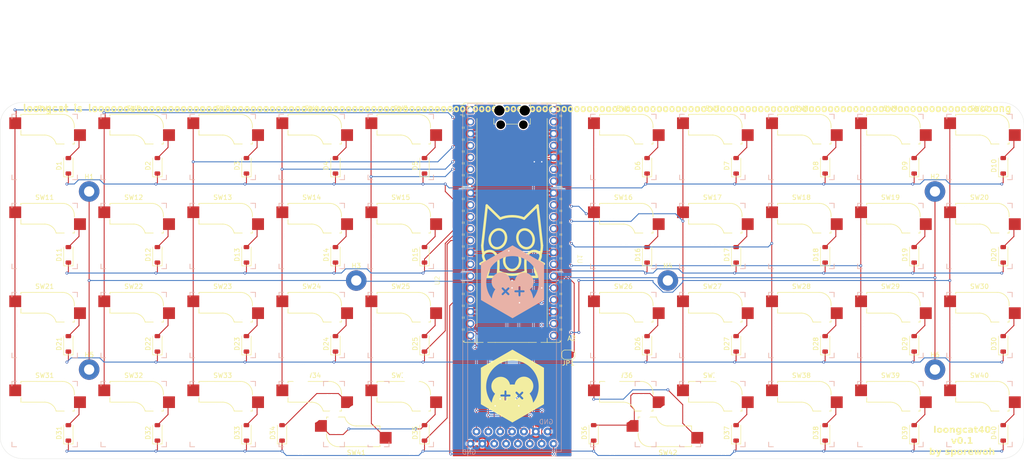
<source format=kicad_pcb>
(kicad_pcb (version 20241229) (generator "pcbnew") (generator_version "9.0")
  (layers (0 "F.Cu" signal) (2 "B.Cu" signal) (13 "F.Paste" user) (15 "B.Paste" user) (5 "F.SilkS" user "F.Silkscreen") (7 "B.SilkS" user "B.Silkscreen") (1 "F.Mask" user) (3 "B.Mask" user) (25 "Edge.Cuts" user))
  (net 0 "")
  (net 1 "GND")
  (net 7 "+3.3V")
  (net 8 "+5V")
  (net 9 "Net-(A2-GPIO20)")
  (net 14 "ROW_1")
  (net 15 "Net-(D1-A)")
  (net 16 "Net-(D2-A)")
  (net 17 "Net-(D3-A)")
  (net 18 "Net-(D4-A)")
  (net 19 "Net-(D5-A)")
  (net 20 "Net-(D6-A)")
  (net 21 "Net-(D7-A)")
  (net 22 "Net-(D8-A)")
  (net 23 "Net-(D9-A)")
  (net 24 "Net-(D10-A)")
  (net 25 "Net-(D11-A)")
  (net 26 "ROW_2")
  (net 27 "Net-(D12-A)")
  (net 28 "Net-(D13-A)")
  (net 29 "Net-(D14-A)")
  (net 30 "Net-(D15-A)")
  (net 31 "Net-(D16-A)")
  (net 32 "Net-(D17-A)")
  (net 33 "Net-(D18-A)")
  (net 34 "Net-(D19-A)")
  (net 35 "Net-(D20-A)")
  (net 36 "Net-(D21-A)")
  (net 37 "ROW_3")
  (net 38 "Net-(D22-A)")
  (net 39 "Net-(D23-A)")
  (net 40 "Net-(D24-A)")
  (net 41 "Net-(D25-A)")
  (net 42 "Net-(D26-A)")
  (net 43 "Net-(D27-A)")
  (net 44 "Net-(D28-A)")
  (net 45 "Net-(D29-A)")
  (net 46 "Net-(D30-A)")
  (net 47 "Net-(D31-A)")
  (net 48 "ROW_4")
  (net 49 "Net-(D32-A)")
  (net 50 "Net-(D33-A)")
  (net 51 "Net-(D34-A)")
  (net 52 "Net-(D35-A)")
  (net 53 "Net-(D36-A)")
  (net 54 "Net-(D37-A)")
  (net 55 "Net-(D38-A)")
  (net 56 "Net-(D39-A)")
  (net 57 "Net-(D40-A)")
  (net 58 "COL_1")
  (net 59 "COL_2")
  (net 60 "COL_3")
  (net 61 "COL_4")
  (net 62 "COL_5")
  (net 63 "COL_6")
  (net 64 "COL_7")
  (net 65 "COL_8")
  (net 66 "COL_9")
  (net 67 "COL_10")
  (net 68 "RST")
  (net 69 "SCL")
  (net 70 "CS")
  (net 71 "SDA")
  (net 72 "DC")
  (net 73 "BL")
  (footprint "Diode_SMD:D_SOD-123" (layer "F.Cu") (at 100.33 80.23 90)
    (property "Reference" "D24")
    (property "Value" "1N4148W")
  )
  (footprint "Diode_SMD:D_SOD-123" (layer "F.Cu") (at 119.38 61.18 90)
    (property "Reference" "D15")
    (property "Value" "1N4148W")
  )
  (footprint "Diode_SMD:D_SOD-123" (layer "F.Cu") (at 62.23 80.23 90)
    (property "Reference" "D22")
    (property "Value" "1N4148W")
  )
  (footprint "keyswitches:Stabilizer_MX_2u" (layer "F.Cu") (at 171.45 95.25 180)
    (property "Reference" "REF**" (hide yes))
    (property "Value" "Stabilizer_MX_2u" (hide yes))
  )
  (footprint "Diode_SMD:D_SOD-123" (layer "F.Cu") (at 167.005 80.23 90)
    (property "Reference" "D26")
    (property "Value" "1N4148W")
  )
  (footprint "Diode_SMD:D_SOD-123" (layer "F.Cu") (at 119.38 80.23 90)
    (property "Reference" "D25")
    (property "Value" "1N4148W")
  )
  (footprint "Diode_SMD:D_SOD-123" (layer "F.Cu") (at 243.205 99.28 90)
    (property "Reference" "D40")
    (property "Value" "1N4148W")
  )
  (footprint "Diode_SMD:D_SOD-123" (layer "F.Cu") (at 205.105 42.13 90)
    (property "Reference" "D8")
    (property "Value" "1N4148W")
  )
  (footprint "MountingHole:MountingHole_2.2mm_M2_Pad" (layer "F.Cu") (at 47.625 85.725)
    (property "Reference" "H5")
    (property "Value" "MountingHole_Pad")
  )
  (footprint "MountingHole:MountingHole_2.2mm_M2_Pad" (layer "F.Cu") (at 104.775 66.675)
    (property "Reference" "H3")
    (property "Value" "MountingHole_Pad")
  )
  (footprint "Diode_SMD:D_SOD-123" (layer "F.Cu") (at 224.155 80.23 90)
    (property "Reference" "D29")
    (property "Value" "1N4148W")
  )
  (footprint "Diode_SMD:D_SOD-123" (layer "F.Cu") (at 81.28 99.28 90)
    (property "Reference" "D33")
    (property "Value" "1N4148W")
  )
  (footprint "local:ST7789_2.25inch" (layer "F.Cu") (at 138.1125 66.7 90)
    (property "Reference" "U2")
    (property "Value" "~")
  )
  (footprint "Diode_SMD:D_SOD-123" (layer "F.Cu") (at 81.28 42.13 90)
    (property "Reference" "D3")
    (property "Value" "1N4148W")
  )
  (footprint "Diode_SMD:D_SOD-123" (layer "F.Cu") (at 81.28 61.18 90)
    (property "Reference" "D13")
    (property "Value" "1N4148W")
  )
  (footprint "Diode_SMD:D_SOD-123" (layer "F.Cu") (at 167.005 42.13 90)
    (property "Reference" "D6")
    (property "Value" "1N4148W")
  )
  (footprint "Diode_SMD:D_SOD-123" (layer "F.Cu") (at 205.105 99.28 90)
    (property "Reference" "D38")
    (property "Value" "1N4148W")
  )
  (footprint "Diode_SMD:D_SOD-123" (layer "F.Cu") (at 186.055 42.13 90)
    (property "Reference" "D7")
    (property "Value" "1N4148W")
  )
  (footprint "Diode_SMD:D_SOD-123" (layer "F.Cu") (at 43.18 99.28 90)
    (property "Reference" "D31")
    (property "Value" "1N4148W")
  )
  (footprint "Diode_SMD:D_SOD-123" (layer "F.Cu") (at 186.055 99.28 90)
    (property "Reference" "D37")
    (property "Value" "1N4148W")
  )
  (footprint "Diode_SMD:D_SOD-123" (layer "F.Cu") (at 205.105 80.23 90)
    (property "Reference" "D28")
    (property "Value" "1N4148W")
  )
  (footprint "MountingHole:MountingHole_2.2mm_M2_Pad" (layer "F.Cu") (at 171.45 66.675)
    (property "Reference" "H4")
    (property "Value" "MountingHole_Pad")
  )
  (footprint "Diode_SMD:D_SOD-123" (layer "F.Cu") (at 205.105 61.18 90)
    (property "Reference" "D18")
    (property "Value" "1N4148W")
  )
  (footprint "Diode_SMD:D_SOD-123" (layer "F.Cu") (at 62.23 99.28 90)
    (property "Reference" "D32")
    (property "Value" "1N4148W")
  )
  (footprint "Diode_SMD:D_SOD-123" (layer "F.Cu") (at 119.38 42.13 90)
    (property "Reference" "D5")
    (property "Value" "1N4148W")
  )
  (footprint "Diode_SMD:D_SOD-123" (layer "F.Cu") (at 43.18 80.23 90)
    (property "Reference" "D21")
    (property "Value" "1N4148W")
  )
  (footprint "Diode_SMD:D_SOD-123" (layer "F.Cu") (at 81.28 80.23 90)
    (property "Reference" "D23")
    (property "Value" "1N4148W")
  )
  (footprint "MountingHole:MountingHole_2.2mm_M2_Pad" (layer "F.Cu") (at 228.6 47.625)
    (property "Reference" "H2")
    (property "Value" "MountingHole_Pad")
  )
  (footprint "Diode_SMD:D_SOD-123" (layer "F.Cu") (at 224.155 42.13 90)
    (property "Reference" "D9")
    (property "Value" "1N4148W")
  )
  (footprint "Diode_SMD:D_SOD-123" (layer "F.Cu") (at 43.18 42.13 90)
    (property "Reference" "D1")
    (property "Value" "1N4148W")
  )
  (footprint "Diode_SMD:D_SOD-123" (layer "F.Cu") (at 155.575 99.28 90)
    (property "Reference" "D36")
    (property "Value" "1N4148W")
  )
  (footprint "Diode_SMD:D_SOD-123" (layer "F.Cu") (at 62.23 42.13 90)
    (property "Reference" "D2")
    (property "Value" "1N4148W")
  )
  (footprint "Diode_SMD:D_SOD-123" (layer "F.Cu") (at 100.33 42.13 90)
    (property "Reference" "D4")
    (property "Value" "1N4148W")
  )
  (footprint "Diode_SMD:D_SOD-123" (layer "F.Cu") (at 186.055 80.23 90)
    (property "Reference" "D27")
    (property "Value" "1N4148W")
  )
  (footprint "Diode_SMD:D_SOD-123" (layer "F.Cu") (at 100.33 61.18 90)
    (property "Reference" "D14")
    (property "Value" "1N4148W")
  )
  (footprint "Diode_SMD:D_SOD-123" (layer "F.Cu") (at 243.205 80.23 90)
    (property "Reference" "D30")
    (property "Value" "1N4148W")
  )
  (footprint "Diode_SMD:D_SOD-123" (layer "F.Cu") (at 119.38 99.28 90)
    (property "Reference" "D35")
    (property "Value" "1N4148W")
  )
  (footprint "keyswitches:Stabilizer_MX_2u" (layer "F.Cu") (at 104.775 95.25 180)
    (property "Reference" "REF**" (hide yes))
    (property "Value" "Stabilizer_MX_2u" (hide yes))
  )
  (footprint "Diode_SMD:D_SOD-123" (layer "F.Cu") (at 88.9 99.28 90)
    (property "Reference" "D34")
    (property "Value" "1N4148W")
  )
  (footprint "MountingHole:MountingHole_2.2mm_M2_Pad" (layer "F.Cu") (at 47.625 47.625)
    (property "Reference" "H1")
    (property "Value" "MountingHole_Pad")
  )
  (footprint "Diode_SMD:D_SOD-123" (layer "F.Cu") (at 243.205 42.13 90)
    (property "Reference" "D10")
    (property "Value" "1N4148W")
  )
  (footprint "Diode_SMD:D_SOD-123" (layer "F.Cu") (at 224.155 99.28 90)
    (property "Reference" "D39")
    (property "Value" "1N4148W")
  )
  (footprint "Diode_SMD:D_SOD-123" (layer "F.Cu") (at 43.18 61.18 90)
    (property "Reference" "D11")
    (property "Value" "1N4148W")
  )
  (footprint "Module:RaspberryPi_Pico_Common_Unspecified" (layer "F.Cu") (at 138.1125 54.3075)
    (property "Reference" "A2")
    (property "Value" "RaspberryPi_Pico")
  )
  (footprint "Diode_SMD:D_SOD-123" (layer "F.Cu") (at 186.055 61.18 90)
    (property "Reference" "D17")
    (property "Value" "1N4148W")
  )
  (footprint "Jumper:SolderJumper-2_P1.3mm_Open_RoundedPad1.0x1.5mm" (layer "F.Cu") (at 150.1625 82.55 180)
    (property "Reference" "JP1")
    (property "Value" "Jumper_2_Small_Open")
  )
  (footprint "Diode_SMD:D_SOD-123" (layer "F.Cu") (at 243.205 61.18 90)
    (property "Reference" "D20")
    (property "Value" "1N4148W")
  )
  (footprint "Diode_SMD:D_SOD-123" (layer "F.Cu") (at 224.155 61.18 90)
    (property "Reference" "D19")
    (property "Value" "1N4148W")
  )
  (footprint "Diode_SMD:D_SOD-123" (layer "F.Cu") (at 62.23 61.18 90)
    (property "Reference" "D12")
    (property "Value" "1N4148W")
  )
  (footprint "MountingHole:MountingHole_2.2mm_M2_Pad" (layer "F.Cu") (at 228.6 85.725)
    (property "Reference" "H6")
    (property "Value" "MountingHole_Pad")
  )
  (footprint "Diode_SMD:D_SOD-123" (layer "F.Cu") (at 167.005 61.18 90)
    (property "Reference" "D16")
    (property "Value" "1N4148W")
  )
  (footprint "keyswitches:Kailh_socket_MX" (layer "B.Cu") (at 200.025 95.25 180)
    (property "Reference" "SW38")
    (property "Value" "SW_Push")
  )
  (footprint "keyswitches:Kailh_socket_MX" (layer "B.Cu") (at 38.1 38.1 180)
    (property "Reference" "SW1")
    (property "Value" "SW_Push")
  )
  (footprint "keyswitches:Kailh_socket_MX" (layer "B.Cu") (at 238.125 95.25 180)
    (property "Reference" "SW40")
    (property "Value" "SW_Push")
  )
  (footprint "keyswitches:Kailh_socket_MX" (layer "B.Cu") (at 114.3 95.25 180)
    (property "Reference" "SW35")
    (property "Value" "SW_Push")
  )
  (footprint "keyswitches:Kailh_socket_MX" (layer "B.Cu") (at 95.25 38.1 180)
    (property "Reference" "SW4")
    (property "Value" "SW_Push")
  )
  (footprint "keyswitches:Kailh_socket_MX" (layer "B.Cu") (at 76.2 38.1 180)
    (property "Reference" "SW3")
    (property "Value" "SW_Push")
  )
  (footprint "keyswitches:Kailh_socket_MX" (layer "B.Cu") (at 161.925 95.25 180)
    (property "Reference" "SW36")
    (property "Value" "SW_Push")
  )
  (footprint "keyswitches:Kailh_socket_MX" (layer "B.Cu") (at 38.1 57.15 180)
    (property "Reference" "SW11")
    (property "Value" "SW_Push")
  )
  (footprint "keyswitches:Kailh_socket_MX" (layer "B.Cu") (at 114.3 38.1 180)
    (property "Reference" "SW5")
    (property "Value" "SW_Push")
  )
  (footprint "keyswitches:Kailh_socket_MX" (layer "B.Cu") (at 95.25 57.15 180)
    (property "Reference" "SW14")
    (property "Value" "SW_Push")
  )
  (footprint "keyswitches:Kailh_socket_MX" (layer "B.Cu") (at 57.15 38.1 180)
    (property "Reference" "SW2")
    (property "Value" "SW_Push")
  )
  (footprint "keyswitches:Kailh_socket_MX" (layer "B.Cu") (at 76.2 95.25 180)
    (property "Reference" "SW33")
    (property "Value" "SW_Push")
  )
  (footprint "keyswitches:Kailh_socket_MX" (layer "B.Cu") (at 171.45 95.25)
    (property "Reference" "SW42")
    (property "Value" "SW_Push")
  )
  (footprint "keyswitches:Kailh_socket_MX" (layer "B.Cu") (at 161.925 57.15 180)
    (property "Reference" "SW16")
    (property "Value" "SW_Push")
  )
  (footprint "keyswitches:Kailh_socket_MX" (layer "B.Cu") (at 200.025 38.1 180)
    (property "Reference" "SW8")
    (property "Value" "SW_Push")
  )
  (footprint "keyswitches:Kailh_socket_MX" (layer "B.Cu") (at 114.3 76.2 180)
    (property "Reference" "SW25")
    (property "Value" "SW_Push")
  )
  (footprint "keyswitches:Kailh_socket_MX" (layer "B.Cu") (at 238.125 38.1 180)
    (property "Reference" "SW10")
    (property "Value" "SW_Push")
  )
  (footprint "keyswitches:Kailh_socket_MX" (layer "B.Cu") (at 57.15 76.2 180)
    (property "Reference" "SW22")
    (property "Value" "SW_Push")
  )
  (footprint "keyswitches:Kailh_socket_MX" (layer "B.Cu") (at 200.025 76.2 180)
    (property "Reference" "SW28")
    (property "Value" "SW_Push")
  )
  (footprint "keyswitches:Kailh_socket_MX" (layer "B.Cu") (at 95.25 95.25 180)
    (property "Reference" "SW34")
    (property "Value" "SW_Push")
  )
  (footprint "keyswitches:Kailh_socket_MX" (layer "B.Cu") (at 219.075 95.25 180)
    (property "Reference" "SW39")
    (property "Value" "SW_Push")
  )
  (footprint "keyswitches:Kailh_socket_MX" (layer "B.Cu") (at 219.075 76.2 180)
    (property "Reference" "SW29")
    (property "Value" "SW_Push")
  )
  (footprint "keyswitches:Kailh_socket_MX" (layer "B.Cu") (at 219.075 57.15 180)
    (property "Reference" "SW19")
    (property "Value" "SW_Push")
  )
  (footprint "keyswitches:Kailh_socket_MX" (layer "B.Cu") (at 238.125 76.2 180)
    (property "Reference" "SW30")
    (property "Value" "SW_Push")
  )
  (footprint "keyswitches:Kailh_socket_MX" (layer "B.Cu") (at 95.25 76.2 180)
    (property "Reference" "SW24")
    (property "Value" "SW_Push")
  )
  (footprint "keyswitches:Kailh_socket_MX" (layer "B.Cu") (at 76.2 76.2 180)
    (property "Reference" "SW23")
    (property "Value" "SW_Push")
  )
  (footprint "keyswitches:Kailh_socket_MX" (layer "B.Cu") (at 57.15 57.15 180)
    (property "Reference" "SW12")
    (property "Value" "SW_Push")
  )
  (footprint "keyswitches:Kailh_socket_MX" (layer "B.Cu") (at 104.775 95.25)
    (property "Reference" "SW41")
    (property "Value" "SW_Push")
  )
  (footprint "keyswitches:Kailh_socket_MX" (layer "B.Cu") (at 57.15 95.25 180)
    (property "Reference" "SW32")
    (property "Value" "SW_Push")
  )
  (footprint "keyswitches:Kailh_socket_MX" (layer "B.Cu") (at 38.1 76.2 180)
    (property "Reference" "SW21")
    (property "Value" "SW_Push")
  )
  (footprint "keyswitches:Kailh_socket_MX" (layer "B.Cu") (at 180.975 95.25 180)
    (property "Reference" "SW37")
    (property "Value" "SW_Push")
  )
  (footprint "keyswitches:Kailh_socket_MX" (layer "B.Cu") (at 180.975 57.15 180)
    (property "Reference" "SW17")
    (property "Value" "SW_Push")
  )
  (footprint "keyswitches:Kailh_socket_MX" (layer "B.Cu") (at 161.925 38.1 180)
    (property "Reference" "SW6")
    (property "Value" "SW_Push")
  )
  (footprint "keyswitches:Kailh_socket_MX" (layer "B.Cu") (at 219.075 38.1 180)
    (property "Reference" "SW9")
    (property "Value" "SW_Push")
  )
  (footprint "keyswitches:Kailh_socket_MX" (layer "B.Cu") (at 114.3 57.15 180)
    (property "Reference" "SW15")
    (property "Value" "SW_Push")
  )
  (footprint "keyswitches:Kailh_socket_MX" (layer "B.Cu") (at 238.125 57.15 180)
    (property "Reference" "SW20")
    (property "Value" "SW_Push")
  )
  (footprint "keyswitches:Kailh_socket_MX" (layer "B.Cu") (at 200.025 57.15 180)
    (property "Reference" "SW18")
    (property "Value" "SW_Push")
  )
  (footprint "keyswitches:Kailh_socket_MX" (layer "B.Cu") (at 76.2 57.15 180)
    (property "Reference" "SW13")
    (property "Value" "SW_Push")
  )
  (footprint "local:SH1122_2.08inch" (layer "B.Cu") (at 137.6125 62.05 90)
    (property "Reference" "U1")
    (property "Value" "~")
  )
  (footprint "keyswitches:Kailh_socket_MX" (layer "B.Cu") (at 161.925 76.2 180)
    (property "Reference" "SW26")
    (property "Value" "SW_Push")
  )
  (footprint "keyswitches:Kailh_socket_MX" (layer "B.Cu") (at 180.975 38.1 180)
    (property "Reference" "SW7")
    (property "Value" "SW_Push")
  )
  (footprint "keyswitches:Kailh_socket_MX" (layer "B.Cu") (at 180.975 76.2 180)
    (property "Reference" "SW27")
    (property "Value" "SW_Push")
  )
  (footprint "keyswitches:Kailh_socket_MX" (layer "B.Cu") (at 38.1 95.25 180)
    (property "Reference" "SW31")
    (property "Value" "SW_Push")
  )
  (gr_line (start 144.915666 63.114499) (end 143.846749 62.519187) (stroke (width 0.529166)) (layer "F.SilkS"))
  (gr_poly (pts (xy 133.433331 60.367726) (xy 133.52977 60.377673) (xy 133.622257 60.39247) (xy 133.710901 60.411857) (xy 133.795806 60.435574) (xy 133.877081 60.463363) (xy 133.954831 60.494964) (xy 134.029165 60.530117) (xy 134.100188 60.568564) (xy 134.168007 60.610045) (xy 134.232729 60.654301) (xy 134.294461 60.701072) (xy 134.35331 60.7501) (xy 134.409383 60.801124) (xy 134.462786 60.853887) (xy 134.562009 60.963587) (xy 134.651835 61.077126) (xy 134.733118 61.19243) (xy 134.806712 61.307425) (xy 134.873471 61.420035) (xy 134.93425 61.528187) (xy 135.041284 61.722818) (xy 135.073264 61.791648) (xy 135.101184 61.876241) (xy 135.145644 62.088012) (xy 135.17626 62.348712) (xy 135.194629 62.648926) (xy 135.20235 62.979237) (xy 135.201018 63.330228) (xy 135.177591 64.056585) (xy 135.137125 64.752664) (xy 135.092399 65.343133) (xy 135.041284 65.905907) (xy 132.650959 65.905907) (xy 132.76649 65.594158) (xy 132.878524 65.26235) (xy 132.997953 64.864699) (xy 133.053696 64.65324) (xy 133.103192 64.43979) (xy 133.143744 64.229171) (xy 133.172653 64.026208) (xy 133.187221 63.835722) (xy 133.18475 63.662537) (xy 133.176281 63.58394) (xy 133.162541 63.511477) (xy 133.143191 63.445751) (xy 133.117895 63.387364) (xy 133.072445 63.31189) (xy 133.022624 63.249101) (xy 132.968637 63.195517) (xy 132.910693 63.147657) (xy 132.783761 63.055186) (xy 132.715187 63.003614) (xy 132.643484 62.943843) (xy 132.568859 62.872393) (xy 132.491519 62.785783) (xy 132.411671 62.680532) (xy 132.329523 62.55316) (xy 132.245281 62.400186) (xy 132.20244 62.313011) (xy 132.159153 62.21813) (xy 132.115446 62.115109) (xy 132.071345 62.003511) (xy 131.982066 61.752848) (xy 131.954176 61.658009) (xy 131.934789 61.567144) (xy 131.923485 61.480187) (xy 131.919846 61.397073) (xy 131.923452 61.317735) (xy 131.933885 61.242108) (xy 131.950725 61.170127) (xy 131.973553 61.101725) (xy 132.001949 61.036838) (xy 132.035496 60.9754) (xy 132.073773 60.917344) (xy 132.116362 60.862606) (xy 132.162844 60.811119) (xy 132.212799 60.762819) (xy 132.265809 60.717639) (xy 132.321453 60.675514) (xy 132.379314 60.636378) (xy 132.438972 60.600166) (xy 132.562002 60.536249) (xy 132.687192 60.48324) (xy 132.811187 60.440612) (xy 132.930636 60.40784) (xy 133.042185 60.3844) (xy 133.142482 60.369767) (xy 133.228174 60.363415) (xy 133.332835 60.362886)) (stroke (width 0.529166)) (fill no) (layer "F.SilkS"))
  (gr_curve (pts (xy 135.565291 53.422813) (xy 136.311417 53.107959) (xy 137.131625 52.933334) (xy 137.994166 52.933334)) (stroke (width 0.529166)) (layer "F.SilkS"))
  (gr_curve (pts (xy 132.022521 61.003126) (xy 131.84525 60.423688) (xy 131.75 59.8125) (xy 131.75 59.1775)) (stroke (width 0.529166)) (layer "F.SilkS"))
  (gr_line (start 137.994166 65.421666) (end 138.264042 65.421666) (stroke (width 0.529166)) (layer "F.SilkS"))
  (gr_line (start 132.334729 62.56152) (end 131.342541 63.114499) (stroke (width 0.529166)) (layer "F.SilkS"))
  (gr_line (start 143.558354 50.626168) (end 144.508208 59.1775) (stroke (width 0.529166)) (layer "F.SilkS"))
  (gr_line (start 133.168166 64.059061) (end 132.427333 64.471813) (stroke (width 0.529166)) (layer "F.SilkS"))
  (gr_curve (pts (xy 138.264042 52.933334) (xy 139.126583 52.933334) (xy 139.946792 53.107959) (xy 140.692917 53.422813)) (stroke (width 0.529166)) (layer "F.SilkS"))
  (gr_poly (pts (xy 144.942017 85.357777) (xy 144.942021 93.154765) (xy 138.189631 97.053256) (xy 131.43725 93.154767) (xy 131.437249 89.377318) (xy 132.571566 89.377318) (xy 132.576696 89.619389) (xy 132.591946 89.858855) (xy 132.61711 90.095509) (xy 132.651979 90.329143) (xy 132.696347 90.559549) (xy 132.750006 90.786521) (xy 132.812749 91.009851) (xy 132.884369 91.229332) (xy 132.964657 91.444755) (xy 133.053407 91.655915) (xy 133.15041 91.862603) (xy 133.255461 92.064612) (xy 133.368351 92.261735) (xy 133.488873 92.453764) (xy 133.616819 92.640492) (xy 133.751983 92.821711) (xy 133.771094 92.68933) (xy 133.794043 92.558223) (xy 133.820773 92.428451) (xy 133.851222 92.300073) (xy 133.885333 92.173148) (xy 133.923045 92.047735) (xy 133.9643 91.923894) (xy 134.009039 91.801683) (xy 134.057202 91.681161) (xy 134.10873 91.562389) (xy 134.163563 91.445425) (xy 134.221644 91.330328) (xy 134.245487 91.286286) (xy 135.611741 91.286286) (xy 135.612003 91.296899) (xy 135.61278 91.307377) (xy 135.614061 91.317708) (xy 135.615832 91.327879) (xy 135.618082 91.337879) (xy 135.620797 91.347694) (xy 135.623967 91.357312) (xy 135.627578 91.366722) (xy 135.631618 91.37591) (xy 135.636075 91.384865) (xy 135.640936 91.393573) (xy 135.646189 91.402024) (xy 135.651822 91.410203) (xy 135.657822 91.4181) (xy 135.664177 91.425701) (xy 135.670875 91.432995) (xy 135.677903 91.439968) (xy 135.685249 91.446609) (xy 135.692901 91.452906) (xy 135.700846 91.458845) (xy 135.709072 91.464415) (xy 135.717567 91.469603) (xy 135.726318 91.474397) (xy 135.735312 91.478785) (xy 135.744538 91.482754) (xy 135.753984 91.486291) (xy 135.763636 91.489386) (xy 135.773483 91.492024) (xy 135.783512 91.494194) (xy 135.793711 91.495884) (xy 135.804067 91.49708) (xy 135.814568 91.497772) (xy 135.814568 91.497953) (xy 136.48638 91.497953) (xy 136.48638 92.160926) (xy 136.48638 92.169763) (xy 136.48656 92.169763) (xy 136.487251 92.180265) (xy 136.488448 92.190621) (xy 136.490138 92.20082) (xy 136.492308 92.210849) (xy 136.494946 92.220696) (xy 136.498041 92.230349) (xy 136.501578 92.239794) (xy 136.505547 92.24902) (xy 136.509935 92.258015) (xy 136.514729 92.266766) (xy 136.519917 92.27526) (xy 136.525487 92.283486) (xy 136.531426 92.291431) (xy 136.537723 92.299083) (xy 136.544364 92.306429) (xy 136.551338 92.313457) (xy 136.558631 92.320155) (xy 136.566233 92.32651) (xy 136.574129 92.33251) (xy 136.582309 92.338143) (xy 136.590759 92.343396) (xy 136.599468 92.348257) (xy 136.608423 92.352714) (xy 136.617611 92.356754) (xy 136.62702 92.360365) (xy 136.636639 92.363535) (xy 136.646454 92.36625) (xy 136.656453 92.3685) (xy 136.666625 92.370271) (xy 136.676956 92.371552) (xy 136.687434 92.372329) (xy 136.698047 92.372591) (xy 136.708659 92.372329) (xy 136.719137 92.371552) (xy 136.729467 92.370271) (xy 136.739638 92.3685) (xy 136.749638 92.36625) (xy 136.759452 92.363535) (xy 136.769071 92.360365) (xy 136.77848 92.356754) (xy 136.787668 92.352714) (xy 136.796623 92.348257) (xy 136.805331 92.343396) (xy 136.813781 92.338143) (xy 136.821961 92.33251) (xy 136.829857 92.32651) (xy 136.837459 92.320155) (xy 136.844752 92.313457) (xy 136.851726 92.306429) (xy 136.858367 92.299083) (xy 136.864663 92.291431) (xy 136.870603 92.283486) (xy 136.876172 92.27526) (xy 136.881361 92.266766) (xy 136.886155 92.258015) (xy 136.890542 92.24902) (xy 136.894511 92.239794) (xy 136.898049 92.230349) (xy 136.901143 92.220696) (xy 136.903781 92.210849) (xy 136.905951 92.20082) (xy 136.907641 92.190621) (xy 136.908838 92.180265) (xy 136.90953 92.169763) (xy 136.909711 92.169763) (xy 136.909711 92.160926) (xy 136.909711 91.497953) (xy 137.572684 91.497953) (xy 137.581523 91.497953) (xy 137.581523 91.497772) (xy 137.592024 91.49708) (xy 137.602381 91.495884) (xy 137.612579 91.494194) (xy 137.622608 91.492024) (xy 137.632455 91.489386) (xy 137.642107 91.486291) (xy 137.651553 91.482754) (xy 137.660779 91.478785) (xy 137.669774 91.474397) (xy 137.678524 91.469603) (xy 137.687019 91.464415) (xy 137.695245 91.458845) (xy 137.70319 91.452906) (xy 137.710842 91.446609) (xy 137.718188 91.439968) (xy 137.725216 91.432995) (xy 137.731914 91.425701) (xy 137.738269 91.4181) (xy 137.744269 91.410203) (xy 137.749902 91.402024) (xy 137.755155 91.393573) (xy 137.760016 91.384865) (xy 137.764473 91.37591) (xy 137.768513 91.366722) (xy 137.772124 91.357312) (xy 137.775294 91.347694) (xy 137.77801 91.337879) (xy 137.780259 91.327879) (xy 137.782031 91.317708) (xy 137.783311 91.307377) (xy 137.784088 91.296899) (xy 137.78435 91.286286) (xy 137.784088 91.275673) (xy 137.783311 91.265195) (xy 137.782031 91.254864) (xy 137.780259 91.244693) (xy 137.77801 91.234694) (xy 137.775294 91.224879) (xy 137.772124 91.21526) (xy 137.768513 91.205851) (xy 137.764473 91.196662) (xy 137.760016 91.187708) (xy 137.755155 91.178999) (xy 137.749902 91.170549) (xy 137.744269 91.162369) (xy 137.738269 91.154473) (xy 137.731914 91.146871) (xy 137.725216 91.139578) (xy 137.718188 91.132604) (xy 137.710842 91.125963) (xy 137.70319 91.119667) (xy 137.695245 91.113727) (xy 137.687019 91.108157) (xy 137.678524 91.102969) (xy 137.669774 91.098175) (xy 137.660779 91.093788) (xy 137.651553 91.089819) (xy 137.642107 91.086281) (xy 137.632455 91.083187) (xy 137.622608 91.080549) (xy 137.612579 91.078378) (xy 137.602381 91.076689) (xy 137.592024 91.075492) (xy 137.581523 91.0748) (xy 137.581523 91.074621) (xy 137.572945 91.074623) (xy 137.572686 91.074623) (xy 136.909711 91.074623) (xy 136.909711 90.663705) (xy 138.851164 90.663705) (xy 138.851203 90.673606) (xy 138.851701 90.683496) (xy 138.85266 90.693359) (xy 138.854078 90.703177) (xy 138.855956 90.712932) (xy 138.858294 90.722607) (xy 138.861092 90.732185) (xy 138.864349 90.741648) (xy 138.868067 90.750978) (xy 138.872244 90.760158) (xy 138.876882 90.769172) (xy 138.881979 90.778) (xy 138.887536 90.786626) (xy 138.893553 90.795033) (xy 138.90003 90.803202) (xy 138.906966 90.811117) (xy 138.906838 90.811245) (xy 138.913089 90.817494) (xy 139.381881 91.286288) (xy 138.90684 91.76133) (xy 138.906966 91.761459) (xy 138.90003 91.769374) (xy 138.893553 91.777543) (xy 138.887536 91.78595) (xy 138.881979 91.794576) (xy 138.876882 91.803404) (xy 138.872244 91.812417) (xy 138.868067 91.821598) (xy 138.864349 91.830928) (xy 138.861092 91.840391) (xy 138.858294 91.849968) (xy 138.855956 91.859643) (xy 138.854078 91.869398) (xy 138.85266 91.879216) (xy 138.851701 91.889079) (xy 138.851203 91.898969) (xy 138.851164 91.90887) (xy 138.851585 91.918764) (xy 138.852466 91.928632) (xy 138.853807 91.938459) (xy 138.855608 91.948226) (xy 138.857869 91.957916) (xy 138.860589 91.967511) (xy 138.86377 91.976994) (xy 138.86741 91.986348) (xy 138.87151 91.995555) (xy 138.876071 92.004597) (xy 138.881091 92.013458) (xy 138.88657 92.022119) (xy 138.89251 92.030564) (xy 138.89891 92.038774) (xy 138.905769 92.046733) (xy 138.913089 92.054422) (xy 138.920778 92.061741) (xy 138.928737 92.068601) (xy 138.936947 92.075) (xy 138.945392 92.08094) (xy 138.954053 92.08642) (xy 138.962914 92.09144) (xy 138.971956 92.096) (xy 138.981163 92.1001) (xy 138.990517 92.10374) (xy 139 92.10692) (xy 139.009596 92.109641) (xy 139.019285 92.111902) (xy 139.029052 92.113702) (xy 139.038879 92.115043) (xy 139.048748 92.115924) (xy 139.058641 92.116345) (xy 139.068542 92.116307) (xy 139.078432 92.115808) (xy 139.088295 92.11485) (xy 139.098113 92.113431) (xy 139.107868 92.111553) (xy 139.117543 92.109215) (xy 139.127121 92.106417) (xy 139.136583 92.10316) (xy 139.145914 92.099442) (xy 139.155094 92.095264) (xy 139.164107 92.090627) (xy 139.172936 92.08553) (xy 139.181562 92.079973) (xy 139.189968 92.073956) (xy 139.198137 92.067479) (xy 139.206052 92.060542) (xy 139.206084 92.060574) (xy 139.206116 92.060607) (xy 139.206179 92.060672) (xy 139.681224 91.58563) (xy 140.150016 92.054422) (xy 140.156264 92.060672) (xy 140.156297 92.060639) (xy 140.156329 92.060607) (xy 140.156361 92.060574) (xy 140.156377 92.060558) (xy 140.156392 92.060542) (xy 140.164307 92.067479) (xy 140.172476 92.073956) (xy 140.180883 92.079973) (xy 140.189509 92.08553) (xy 140.198338 92.090627) (xy 140.207351 92.095264) (xy 140.216532 92.099442) (xy 140.225862 92.10316) (xy 140.235325 92.106417) (xy 140.244903 92.109215) (xy 140.254578 92.111553) (xy 140.264333 92.113431) (xy 140.274151 92.11485) (xy 140.284014 92.115808) (xy 140.293904 92.116307) (xy 140.303805 92.116345) (xy 140.313698 92.115924) (xy 140.323567 92.115043) (xy 140.333394 92.113702) (xy 140.343161 92.111902) (xy 140.35285 92.109641) (xy 140.362446 92.10692) (xy 140.371929 92.10374) (xy 140.381283 92.1001) (xy 140.390489 92.096) (xy 140.399532 92.09144) (xy 140.408392 92.08642) (xy 140.417054 92.08094) (xy 140.425498 92.075) (xy 140.433709 92.068601) (xy 140.441667 92.061741) (xy 140.449357 92.054422) (xy 140.456676 92.046733) (xy 140.463536 92.038774) (xy 140.469935 92.030564) (xy 140.475875 92.022119) (xy 140.481354 92.013458) (xy 140.486374 92.004597) (xy 140.490934 91.995555) (xy 140.495035 91.986348) (xy 140.498675 91.976994) (xy 140.501855 91.967511) (xy 140.504576 91.957916) (xy 140.506837 91.948226) (xy 140.508637 91.938459) (xy 140.509978 91.928632) (xy 140.510859 91.918764) (xy 140.511281 91.90887) (xy 140.511242 91.898969) (xy 140.510743 91.889079) (xy 140.509785 91.879216) (xy 140.508367 91.869398) (xy 140.506489 91.859643) (xy 140.504151 91.849968) (xy 140.501353 91.840391) (xy 140.498095 91.830928) (xy 140.494377 91.821598) (xy 140.4902 91.812417) (xy 140.485563 91.803404) (xy 140.480465 91.794576) (xy 140.474908 91.78595) (xy 140.468891 91.777543) (xy 140.462414 91.769374) (xy 140.455478 91.761459) (xy 140.455607 91.76133) (xy 140.449357 91.75508) (xy 139.980563 91.286288) (xy 140.449357 90.817496) (xy 140.455607 90.811247) (xy 140.455575 90.811214) (xy 140.455542 90.811181) (xy 140.45551 90.811149) (xy 140.455478 90.811117) (xy 140.462414 90.803202) (xy 140.468891 90.795033) (xy 140.474908 90.786627) (xy 140.480465 90.778001) (xy 140.485563 90.769172) (xy 140.4902 90.760159) (xy 140.494377 90.750979) (xy 140.498095 90.741648) (xy 140.501353 90.732186) (xy 140.504151 90.722608) (xy 140.506489 90.712933) (xy 140.508367 90.703178) (xy 140.509785 90.69336) (xy 140.510743 90.683497) (xy 140.511242 90.673607) (xy 140.511281 90.663706) (xy 140.510859 90.653813) (xy 140.509978 90.643944) (xy 140.508637 90.634117) (xy 140.506837 90.62435) (xy 140.504576 90.614661) (xy 140.501855 90.605065) (xy 140.498675 90.595582) (xy 140.495035 90.586228) (xy 140.490934 90.577022) (xy 140.486374 90.567979) (xy 140.481354 90.559118) (xy 140.475875 90.550457) (xy 140.469935 90.542013) (xy 140.463536 90.533802) (xy 140.456676 90.525844) (xy 140.449357 90.518154) (xy 140.441667 90.510835) (xy 140.433708 90.503975) (xy 140.425498 90.497575) (xy 140.417053 90.491636) (xy 140.408392 90.486156) (xy 140.399531 90.481136) (xy 140.390489 90.476576) (xy 140.381282 90.472476) (xy 140.371928 90.468835) (xy 140.362445 90.465655) (xy 140.35285 90.462934) (xy 140.34316 90.460673) (xy 140.333393 90.458873) (xy 140.323566 90.457532) (xy 140.313698 90.456651) (xy 140.303804 90.456229) (xy 140.293904 90.456268) (xy 140.284013 90.456766) (xy 140.27415 90.457725) (xy 140.264333 90.459143) (xy 140.254577 90.461021) (xy 140.244902 90.463359) (xy 140.235325 90.466157) (xy 140.225862 90.469415) (xy 140.216531 90.473132) (xy 140.207351 90.47731) (xy 140.198338 90.481947) (xy 140.189509 90.487044) (xy 140.180883 90.492601) (xy 140.172476 90.498618) (xy 140.164307 90.505095) (xy 140.156392 90.512031) (xy 140.156329 90.511967) (xy 140.156312 90.511951) (xy 140.156296 90.511935) (xy 140.156279 90.511919) (xy 140.156262 90.511903) (xy 140.150201 90.517969) (xy 140.150154 90.518015) (xy 140.150108 90.518061) (xy 140.150018 90.518154) (xy 139.681224 90.986946) (xy 139.212432 90.518152) (xy 139.206179 90.511903) (xy 139.206052 90.512031) (xy 139.198137 90.505095) (xy 139.189968 90.498618) (xy 139.181562 90.492601) (xy 139.172936 90.487044) (xy 139.164107 90.481946) (xy 139.155094 90.477309) (xy 139.145914 90.473132) (xy 139.136583 90.469414) (xy 139.127121 90.466156) (xy 139.117543 90.463358) (xy 139.107868 90.46102) (xy 139.098113 90.459142) (xy 139.088295 90.457724) (xy 139.078432 90.456766) (xy 139.068542 90.456267) (xy 139.058641 90.456228) (xy 139.048748 90.45665) (xy 139.038879 90.457531) (xy 139.029052 90.458872) (xy 139.019285 90.460672) (xy 139.009596 90.462933) (xy 139 90.465654) (xy 138.990517 90.468834) (xy 138.981163 90.472474) (xy 138.971956 90.476575) (xy 138.962914 90.481135) (xy 138.954053 90.486155) (xy 138.945392 90.491634) (xy 138.936947 90.497574) (xy 138.928737 90.503973) (xy 138.920778 90.510833) (xy 138.913089 90.518152) (xy 138.905769 90.525842) (xy 138.89891 90.533801) (xy 138.89251 90.542011) (xy 138.88657 90.550456) (xy 138.881091 90.559117) (xy 138.876071 90.567978) (xy 138.87151 90.57702) (xy 138.86741 90.586227) (xy 138.86377 90.595581) (xy 138.860589 90.605064) (xy 138.857869 90.61466) (xy 138.855608 90.62435) (xy 138.853807 90.634116) (xy 138.852466 90.643943) (xy 138.851585 90.653812) (xy 138.851164 90.663705) (xy 136.909711 90.663705) (xy 136.909711 90.411649) (xy 136.909711 90.402809) (xy 136.909531 90.402809) (xy 136.90884 90.392308) (xy 136.907643 90.381951) (xy 136.905953 90.371752) (xy 136.903783 90.361723) (xy 136.901145 90.351877) (xy 136.89805 90.342224) (xy 136.894513 90.332779) (xy 136.890544 90.323553) (xy 136.886156 90.314558) (xy 136.881362 90.305807) (xy 136.876174 90.297313) (xy 136.870604 90.289087) (xy 136.864664 90.281141) (xy 136.858368 90.27349) (xy 136.851727 90.266144) (xy 136.844753 90.259115) (xy 136.83746 90.252417) (xy 136.829858 90.246062) (xy 136.821962 90.240062) (xy 136.813782 90.234429) (xy 136.805332 90.229176) (xy 136.796623 90.224315) (xy 136.787668 90.219858) (xy 136.77848 90.215818) (xy 136.769071 90.212207) (xy 136.759453 90.209037) (xy 136.749638 90.206321) (xy 136.739639 90.204072) (xy 136.729467 90.2023) (xy 136.719137 90.20102) (xy 136.708659 90.200242) (xy 136.698047 90.199981) (xy 136.687434 90.200242) (xy 136.676956 90.20102) (xy 136.666625 90.2023) (xy 136.656453 90.204072) (xy 136.646454 90.206321) (xy 136.636639 90.209037) (xy 136.62702 90.212207) (xy 136.617611 90.215818) (xy 136.608423 90.219858) (xy 136.599468 90.224315) (xy 136.590759 90.229176) (xy 136.582309 90.234429) (xy 136.574129 90.240062) (xy 136.566233 90.246062) (xy 136.558631 90.252417) (xy 136.551338 90.259115) (xy 136.544364 90.266144) (xy 136.537723 90.27349) (xy 136.531426 90.281141) (xy 136.525487 90.289087) (xy 136.519917 90.297313) (xy 136.514729 90.305807) (xy 136.509935 90.314558) (xy 136.505547 90.323553) (xy 136.501578 90.332779) (xy 136.498041 90.342224) (xy 136.494946 90.351877) (xy 136.492308 90.361723) (xy 136.490138 90.371752) (xy 136.488448 90.381951) (xy 136.487251 90.392308) (xy 136.48656 90.402809) (xy 136.48638 90.402809) (xy 136.48638 90.411649) (xy 136.48638 91.074621) (xy 135.814568 91.074621) (xy 135.814568 91.074802) (xy 135.804067 91.075494) (xy 135.79371 91.076691) (xy 135.783511 91.07838) (xy 135.773482 91.08055) (xy 135.763635 91.083189) (xy 135.753983 91.086283) (xy 135.744538 91.089821) (xy 135.735311 91.093789) (xy 135.726317 91.098177) (xy 135.717566 91.102971) (xy 135.709071 91.108159) (xy 135.700845 91.113729) (xy 135.6929 91.119668) (xy 135.685249 91.125965) (xy 135.677903 91.132606) (xy 135.670874 91.139579) (xy 135.664177 91.146873) (xy 135.657822 91.154474) (xy 135.651821 91.162371) (xy 135.646189 91.17055) (xy 135.640935 91.179001) (xy 135.636074 91.187709) (xy 135.631618 91.196664) (xy 135.627578 91.205852) (xy 135.623967 91.215261) (xy 135.620797 91.22488) (xy 135.618081 91.234695) (xy 135.615832 91.244694) (xy 135.614061 91.254865) (xy 135.61278 91.265196) (xy 135.612003 91.275673) (xy 135.611741 91.286286) (xy 134.245487 91.286286) (xy 134.282911 91.217158) (xy 134.347307 91.105974) (xy 134.414773 90.996834) (xy 134.485247 90.889799) (xy 134.396158 90.81865) (xy 134.311301 90.742652) (xy 134.230884 90.662014) (xy 134.155117 90.576945) (xy 134.084209 90.487656) (xy 134.01837 90.394354) (xy 133.957808 90.297249) (xy 133.902733 90.196551) (xy 133.853353 90.092468) (xy 133.809879 89.985211) (xy 133.772519 89.874987) (xy 133.741483 89.762006) (xy 133.71698 89.646477) (xy 133.699218 89.52861) (xy 133.688408 89.408614) (xy 133.684758 89.286698) (xy 133.684758 89.286699) (xy 133.684757 89.286699) (xy 133.687369 89.183527) (xy 133.69512 89.081703) (xy 133.707883 88.981354) (xy 133.725533 88.882607) (xy 133.747943 88.785587) (xy 133.774987 88.690422) (xy 133.806538 88.597236) (xy 133.84247 88.506158) (xy 133.882657 88.417313) (xy 133.926972 88.330827) (xy 133.975289 88.246827) (xy 134.027482 88.165439) (xy 134.083424 88.08679) (xy 134.142989 88.011006) (xy 134.20605 87.938212) (xy 134.272482 87.868537) (xy 134.342158 87.802105) (xy 134.414951 87.739043) (xy 134.490736 87.679479) (xy 134.569385 87.623537) (xy 134.650773 87.571344) (xy 134.734773 87.523027) (xy 134.821258 87.478712) (xy 134.910104 87.438525) (xy 135.001182 87.402593) (xy 135.094367 87.371042) (xy 135.189532 87.343998) (xy 135.286552 87.321588) (xy 135.385299 87.303938) (xy 135.485648 87.291175) (xy 135.587472 87.283424) (xy 135.690644 87.280812) (xy 135.783344 87.28292) (xy 135.874968 87.289181) (xy 135.965423 87.299504) (xy 136.054618 87.313799) (xy 136.142461 87.331973) (xy 136.228862 87.353935) (xy 136.313728 87.379593) (xy 136.396969 87.408857) (xy 136.478492 87.441634) (xy 136.558207 87.477833) (xy 136.636021 87.517363) (xy 136.711844 87.560132) (xy 136.785583 87.606049) (xy 136.857148 87.655021) (xy 136.926446 87.706959) (xy 136.993388 87.76177) (xy 137.05788 87.819363) (xy 137.119831 87.879645) (xy 137.179151 87.942527) (xy 137.235747 88.007917) (xy 137.289528 88.075722) (xy 137.340403 88.145851) (xy 137.38828 88.218214) (xy 137.433067 88.292718) (xy 137.474674 88.369272) (xy 137.513008 88.447785) (xy 137.547979 88.528165) (xy 137.579495 88.61032) (xy 137.607463 88.69416) (xy 137.631794 88.779592) (xy 137.652395 88.866526) (xy 137.669175 88.954869) (xy 137.733342 88.947894) (xy 137.797776 88.941828) (xy 137.862472 88.936677) (xy 137.927421 88.932448) (xy 137.992619 88.929147) (xy 138.058058 88.926781) (xy 138.123731 88.925357) (xy 138.189633 88.924881) (xy 138.189635 88.924881) (xy 138.251089 88.925295) (xy 138.312344 88.926534) (xy 138.373397 88.928591) (xy 138.43424 88.931463) (xy 138.494871 88.935144) (xy 138.555282 88.939628) (xy 138.615468 88.944911) (xy 138.675425 88.950986) (xy 138.691214 88.861422) (xy 138.710923 88.773267) (xy 138.734456 88.686615) (xy 138.761721 88.601561) (xy 138.792623 88.518199) (xy 138.827068 88.436621) (xy 138.864963 88.356923) (xy 138.906212 88.279199) (xy 138.950722 88.203542) (xy 138.9984 88.130047) (xy 139.04915 88.058807) (xy 139.102879 87.989917) (xy 139.159493 87.923471) (xy 139.218898 87.859563) (xy 139.280999 87.798286) (xy 139.345703 87.739735) (xy 139.412916 87.684005) (xy 139.482544 87.631188) (xy 139.554492 87.581379) (xy 139.628666 87.534672) (xy 139.704973 87.491161) (xy 139.783319 87.450941) (xy 139.863609 87.414105) (xy 139.945749 87.380746) (xy 140.029646 87.350961) (xy 140.115204 87.324841) (xy 140.202331 87.302482) (xy 140.290933 87.283977) (xy 140.380914 87.269421) (xy 140.472181 87.258907) (xy 140.564641 87.25253) (xy 140.658198 87.250383) (xy 140.761371 87.252995) (xy 140.863194 87.260746) (xy 140.963543 87.273509) (xy 141.06229 87.291159) (xy 141.15931 87.313569) (xy 141.254475 87.340613) (xy 141.34766 87.372164) (xy 141.438738 87.408096) (xy 141.527583 87.448283) (xy 141.614069 87.492598) (xy 141.698069 87.540915) (xy 141.779457 87.593108) (xy 141.858106 87.64905) (xy 141.933891 87.708615) (xy 142.006684 87.771676) (xy 142.076359 87.838108) (xy 142.142791 87.907784) (xy 142.205853 87.980577) (xy 142.265418 88.056361) (xy 142.32136 88.13501) (xy 142.373552 88.216398) (xy 142.421869 88.300398) (xy 142.466185 88.386884) (xy 142.506371 88.475729) (xy 142.542304 88.566808) (xy 142.573855 88.659993) (xy 142.600898 88.755158) (xy 142.623308 88.852178) (xy 142.640958 88.950925) (xy 142.653722 89.051274) (xy 142.661473 89.153098) (xy 142.664084 89.25627) (xy 142.660466 89.377664) (xy 142.649747 89.497155) (xy 142.632136 89.614537) (xy 142.607838 89.729604) (xy 142.57706 89.842148) (xy 142.540009 89.951964) (xy 142.49689 90.058844) (xy 142.447911 90.162583) (xy 142.393278 90.262974) (xy 142.333198 90.359811) (xy 142.267877 90.452886) (xy 142.197521 90.541993) (xy 142.122337 90.626926) (xy 142.042532 90.707479) (xy 141.958312 90.783444) (xy 141.869883 90.854616) (xy 141.942805 90.963174) (xy 142.012609 91.073944) (xy 142.079232 91.186863) (xy 142.142613 91.301868) (xy 142.202687 91.418896) (xy 142.259392 91.537884) (xy 142.312665 91.658769) (xy 142.362443 91.781489) (xy 142.408663 91.905979) (xy 142.451262 92.032178) (xy 142.490177 92.160021) (xy 142.525344 92.289447) (xy 142.556702 92.420393) (xy 142.584187 92.552794) (xy 142.607736 92.686588) (xy 142.627286 92.821713) (xy 142.76245 92.640494) (xy 142.890396 92.453766) (xy 143.010918 92.261737) (xy 143.123808 92.064614) (xy 143.228859 91.862605) (xy 143.325863 91.655916) (xy 143.414613 91.444757) (xy 143.494901 91.229333) (xy 143.56652 91.009852) (xy 143.629263 90.786522) (xy 143.682923 90.55955) (xy 143.727291 90.329143) (xy 143.76216 90.095509) (xy 143.787324 89.858855) (xy 143.802574 89.619389) (xy 143.807704 89.377318) (xy 143.800389 89.088354) (xy 143.778681 88.803167) (xy 143.742933 88.522111) (xy 143.693499 88.24554) (xy 143.630733 87.973809) (xy 143.554989 87.70727) (xy 143.466621 87.446278) (xy 143.365983 87.191187) (xy 143.253428 86.94235) (xy 143.129311 86.700121) (xy 142.993985 86.464855) (xy 142.847804 86.236905) (xy 142.691122 86.016625) (xy 142.524293 85.804369) (xy 142.347671 85.60049) (xy 142.16161 85.405343) (xy 141.966463 85.219282) (xy 141.762584 85.04266) (xy 141.550328 84.875831) (xy 141.330048 84.719149) (xy 141.102097 84.572968) (xy 140.866831 84.437642) (xy 140.624603 84.313525) (xy 140.375766 84.20097) (xy 140.120675 84.100332) (xy 139.859683 84.011964) (xy 139.593144 83.93622) (xy 139.321412 83.873454) (xy 139.044842 83.824021) (xy 138.763786 83.788273) (xy 138.478599 83.766564) (xy 138.189635 83.75925) (xy 137.900671 83.766564) (xy 137.615484 83.788273) (xy 137.334428 83.824021) (xy 137.057858 83.873454) (xy 136.786126 83.93622) (xy 136.519588 84.011964) (xy 136.258596 84.100332) (xy 136.003504 84.20097) (xy 135.754668 84.313525) (xy 135.512439 84.437642) (xy 135.277173 84.572968) (xy 135.049223 84.719149) (xy 134.828943 84.875831) (xy 134.616686 85.04266) (xy 134.412808 85.219282) (xy 134.217661 85.405343) (xy 134.031599 85.60049) (xy 133.854977 85.804369) (xy 133.688148 86.016625) (xy 133.531466 86.236905) (xy 133.385285 86.464855) (xy 133.249959 86.700121) (xy 133.125842 86.94235) (xy 133.013287 87.191187) (xy 132.912649 87.446278) (xy 132.824281 87.70727) (xy 132.748537 87.973809) (xy 132.685771 88.24554) (xy 132.636337 88.522111) (xy 132.600589 88.803167) (xy 132.578881 89.088354) (xy 132.571566 89.377318) (xy 131.437249 89.377318) (xy 131.437247 85.35778) (xy 138.189637 81.459289)) (stroke (width 0) (color 198 59 116 1)) (fill yes) (layer "F.SilkS"))
  (gr_poly (pts (xy 138.216948 60.343858) (xy 138.303638 60.351778) (xy 138.389069 60.364821) (xy 138.473132 60.382857) (xy 138.555719 60.405757) (xy 138.636725 60.433394) (xy 138.716041 60.465637) (xy 138.79356 60.502359) (xy 138.869176 60.54343) (xy 138.94278 60.588721) (xy 139.014266 60.638104) (xy 139.083525 60.69145) (xy 139.150452 60.748629) (xy 139.214939 60.809514) (xy 139.276878 60.873974) (xy 139.336163 60.941882) (xy 139.392685 61.013108) (xy 139.446338 61.087524) (xy 139.497014 61.165) (xy 139.544607 61.245408) (xy 139.589009 61.328619) (xy 139.630112 61.414505) (xy 139.66781 61.502935) (xy 139.701995 61.593782) (xy 139.73256 61.686916) (xy 139.759397 61.782209) (xy 139.7824 61.879531) (xy 139.801462 61.978755) (xy 139.816474 62.07975) (xy 139.827329 62.182389) (xy 139.833921 62.286542) (xy 139.836142 62.392081) (xy 139.833921 62.497619) (xy 139.827329 62.601772) (xy 139.816474 62.704411) (xy 139.801462 62.805407) (xy 139.7824 62.90463) (xy 139.759397 63.001953) (xy 139.73256 63.097246) (xy 139.701995 63.19038) (xy 139.66781 63.281227) (xy 139.630112 63.369657) (xy 139.589009 63.455543) (xy 139.544607 63.538754) (xy 139.497014 63.619162) (xy 139.446338 63.696638) (xy 139.392685 63.771054) (xy 139.336163 63.84228) (xy 139.276878 63.910188) (xy 139.214939 63.974648) (xy 139.150452 64.035533) (xy 139.083525 64.092712) (xy 139.014266 64.146058) (xy 138.94278 64.195441) (xy 138.869176 64.240732) (xy 138.79356 64.281803) (xy 138.716041 64.318525) (xy 138.636725 64.350768) (xy 138.555719 64.378405) (xy 138.473132 64.401306) (xy 138.389069 64.419342) (xy 138.303638 64.432384) (xy 138.216948 64.440304) (xy 138.129104 64.442973) (xy 138.04126 64.440304) (xy 137.954569 64.432384) (xy 137.869138 64.419342) (xy 137.785076 64.401306) (xy 137.702488 64.378405) (xy 137.621482 64.350768) (xy 137.542166 64.318525) (xy 137.464647 64.281803) (xy 137.389032 64.240732) (xy 137.315427 64.195441) (xy 137.243942 64.146058) (xy 137.174682 64.092712) (xy 137.107755 64.035533) (xy 137.043268 63.974648) (xy 136.981329 63.910188) (xy 136.922045 63.84228) (xy 136.865523 63.771054) (xy 136.81187 63.696638) (xy 136.761193 63.619162) (xy 136.7136 63.538754) (xy 136.669199 63.455543) (xy 136.628095 63.369657) (xy 136.590398 63.281227) (xy 136.556213 63.19038) (xy 136.525648 63.097246) (xy 136.49881 63.001953) (xy 136.475807 62.90463) (xy 136.456746 62.805407) (xy 136.441734 62.704411) (xy 136.430878 62.601772) (xy 136.424286 62.497619) (xy 136.422065 62.392081) (xy 136.424286 62.286542) (xy 136.430878 62.182389) (xy 136.441734 62.07975) (xy 136.456746 61.978755) (xy 136.475807 61.879531) (xy 136.49881 61.782209) (xy 136.525648 61.686916) (xy 136.556213 61.593782) (xy 136.590398 61.502935) (xy 136.628095 61.414505) (xy 136.669199 61.328619) (xy 136.7136 61.245408) (xy 136.761193 61.165) (xy 136.81187 61.087524) (xy 136.865523 61.013108) (xy 136.922045 60.941882) (xy 136.981329 60.873974) (xy 137.043268 60.809514) (xy 137.107755 60.748629) (xy 137.174682 60.69145) (xy 137.243942 60.638104) (xy 137.315427 60.588721) (xy 137.389032 60.54343) (xy 137.464647 60.502359) (xy 137.542166 60.465637) (xy 137.621482 60.433394) (xy 137.702488 60.405757) (xy 137.785076 60.382857) (xy 137.869138 60.364821) (xy 137.954569 60.351778) (xy 138.04126 60.343858) (xy 138.129104 60.34119)) (stroke (width 0.529166)) (fill no) (layer "F.SilkS"))
  (gr_line (start 131.75 59.1775) (end 132.699854 50.626168) (stroke (width 0.529166)) (layer "F.SilkS"))
  (gr_curve (pts (xy 143.830873 64.471813) (xy 143.54777 64.314825) (xy 143.264666 64.15784) (xy 142.981562 64.000854)) (stroke (width 0.529166)) (layer "F.SilkS"))
  (gr_poly (pts (xy 135.33574 55.740434) (xy 135.421233 55.746424) (xy 135.506491 55.757492) (xy 135.591371 55.773723) (xy 135.675729 55.795203) (xy 135.759421 55.822019) (xy 135.84133 55.853865) (xy 135.920399 55.890275) (xy 135.99657 55.931094) (xy 136.069784 55.976162) (xy 136.139983 56.025324) (xy 136.20711 56.078421) (xy 136.271106 56.135296) (xy 136.331914 56.195793) (xy 136.389474 56.259754) (xy 136.44373 56.327021) (xy 136.494622 56.397437) (xy 136.542094 56.470846) (xy 136.586086 56.547089) (xy 136.626541 56.62601) (xy 136.663401 56.70745) (xy 136.696608 56.791254) (xy 136.726103 56.877264) (xy 136.751828 56.965321) (xy 136.773726 57.05527) (xy 136.791738 57.146953) (xy 136.805807 57.240212) (xy 136.815874 57.334891) (xy 136.821881 57.430831) (xy 136.823769 57.527876) (xy 136.821482 57.625869) (xy 136.814961 57.724652) (xy 136.804148 57.824068) (xy 136.788984 57.923959) (xy 136.769412 58.024168) (xy 136.745374 58.124539) (xy 136.716811 58.224914) (xy 136.683666 58.325135) (xy 136.646334 58.423873) (xy 136.605344 58.519845) (xy 136.560841 58.612967) (xy 136.512968 58.703151) (xy 136.461871 58.790314) (xy 136.407693 58.874369) (xy 136.350579 58.95523) (xy 136.290672 59.032812) (xy 136.228116 59.107028) (xy 136.163056 59.177795) (xy 136.095636 59.245025) (xy 136.026 59.308633) (xy 135.954292 59.368534) (xy 135.880656 59.424642) (xy 135.805236 59.476871) (xy 135.728177 59.525135) (xy 135.649622 59.569349) (xy 135.569716 59.609428) (xy 135.488603 59.645285) (xy 135.406427 59.676835) (xy 135.323331 59.703993) (xy 135.239461 59.726672) (xy 135.154961 59.744787) (xy 135.069973 59.758252) (xy 134.984643 59.766982) (xy 134.899115 59.770891) (xy 134.813533 59.769894) (xy 134.728041 59.763904) (xy 134.642782 59.752837) (xy 134.557902 59.736606) (xy 134.473544 59.715125) (xy 134.389853 59.68831) (xy 134.307944 59.656464) (xy 134.228874 59.620053) (xy 134.152704 59.579234) (xy 134.07949 59.534166) (xy 134.00929 59.485004) (xy 133.942163 59.431907) (xy 133.878167 59.375031) (xy 133.81736 59.314535) (xy 133.759799 59.250574) (xy 133.705543 59.183307) (xy 133.654651 59.11289) (xy 133.607179 59.039482) (xy 133.563187 58.963239) (xy 133.522732 58.884318) (xy 133.485872 58.802877) (xy 133.452666 58.719073) (xy 133.423171 58.633064) (xy 133.397445 58.545006) (xy 133.375547 58.455057) (xy 133.357535 58.363375) (xy 133.343466 58.270115) (xy 133.3334 58.175437) (xy 133.327393 58.079496) (xy 133.325504 57.982451) (xy 133.327791 57.884458) (xy 133.334312 57.785676) (xy 133.345125 57.68626) (xy 133.360289 57.586369) (xy 133.379861 57.486159) (xy 133.403899 57.385788) (xy 133.432462 57.285414) (xy 133.465607 57.185192) (xy 133.50294 57.086455) (xy 133.54393 56.990482) (xy 133.588433 56.897361) (xy 133.636305 56.807176) (xy 133.687402 56.720014) (xy 133.74158 56.635959) (xy 133.798694 56.555098) (xy 133.858601 56.477517) (xy 133.921157 56.4033) (xy 133.986217 56.332533) (xy 134.053637 56.265303) (xy 134.123273 56.201695) (xy 134.194981 56.141794) (xy 134.268617 56.085687) (xy 134.344037 56.033458) (xy 134.421096 55.985193) (xy 134.499651 55.940979) (xy 134.579557 55.9009) (xy 134.66067 55.865043) (xy 134.742847 55.833493) (xy 134.825942 55.806336) (xy 134.909812 55.783657) (xy 134.994313 55.765542) (xy 135.0793 55.752076) (xy 135.16463 55.743346) (xy 135.250158 55.739437)) (stroke (width 0.529162)) (fill no) (layer "F.SilkS"))
  (gr_poly (pts (xy 140.906969 55.743515) (xy 140.992299 55.752245) (xy 141.077287 55.76571) (xy 141.161787 55.783825) (xy 141.245657 55.806504) (xy 141.328753 55.833662) (xy 141.410929 55.865212) (xy 141.492042 55.901069) (xy 141.571948 55.941147) (xy 141.650503 55.985362) (xy 141.727562 56.033626) (xy 141.802982 56.085855) (xy 141.876618 56.141963) (xy 141.948326 56.201863) (xy 142.017962 56.265472) (xy 142.085382 56.332702) (xy 142.150442 56.403468) (xy 142.212998 56.477685) (xy 142.272905 56.555267) (xy 142.33002 56.636128) (xy 142.384198 56.720183) (xy 142.435295 56.807345) (xy 142.483167 56.89753) (xy 142.52767 56.990652) (xy 142.56866 57.086624) (xy 142.605992 57.185362) (xy 142.639138 57.285583) (xy 142.6677 57.385958) (xy 142.71131 57.586538) (xy 142.737287 57.785845) (xy 142.746095 57.98262) (xy 142.7382 58.175605) (xy 142.714064 58.363543) (xy 142.674154 58.545175) (xy 142.618933 58.719242) (xy 142.548867 58.884486) (xy 142.508412 58.963407) (xy 142.46442 59.03965) (xy 142.416948 59.113058) (xy 142.366056 59.183475) (xy 142.3118 59.250742) (xy 142.25424 59.314703) (xy 142.193432 59.375199) (xy 142.129436 59.432075) (xy 142.062309 59.485172) (xy 141.99211 59.534333) (xy 141.918896 59.579402) (xy 141.842726 59.62022) (xy 141.763657 59.656631) (xy 141.681747 59.688477) (xy 141.598056 59.715292) (xy 141.513698 59.736773) (xy 141.428818 59.753004) (xy 141.343559 59.764072) (xy 141.258067 59.770061) (xy 141.172484 59.771059) (xy 141.086956 59.76715) (xy 141.001626 59.75842) (xy 140.916639 59.744954) (xy 140.832138 59.726839) (xy 140.748268 59.70416) (xy 140.665173 59.677003) (xy 140.582997 59.645453) (xy 140.501883 59.609596) (xy 140.421977 59.569517) (xy 140.343423 59.525303) (xy 140.266363 59.477039) (xy 140.190944 59.42481) (xy 140.117308 59.368702) (xy 140.0456 59.308801) (xy 139.975964 59.245193) (xy 139.908543 59.177963) (xy 139.843484 59.107197) (xy 139.780928 59.03298) (xy 139.721021 58.955398) (xy 139.663906 58.874537) (xy 139.609728 58.790482) (xy 139.558631 58.70332) (xy 139.510759 58.613135) (xy 139.466256 58.520014) (xy 139.425266 58.424041) (xy 139.387934 58.325303) (xy 139.354788 58.225082) (xy 139.326226 58.124708) (xy 139.282616 57.924127) (xy 139.256639 57.72482) (xy 139.24783 57.528045) (xy 139.255726 57.335059) (xy 139.279861 57.147121) (xy 139.319771 56.96549) (xy 139.374991 56.791422) (xy 139.445058 56.626178) (xy 139.485513 56.547257) (xy 139.529505 56.471014) (xy 139.576977 56.397606) (xy 139.627869 56.327189) (xy 139.682125 56.259922) (xy 139.739685 56.195962) (xy 139.800493 56.135465) (xy 139.864489 56.078589) (xy 139.931616 56.025492) (xy 140.001815 55.976331) (xy 140.075029 55.931262) (xy 140.1512 55.890444) (xy 140.230269 55.854033) (xy 140.312179 55.822187) (xy 140.39587 55.795372) (xy 140.480228 55.773892) (xy 140.565108 55.75766) (xy 140.650366 55.746593) (xy 140.735859 55.740603) (xy 140.821441 55.739605)) (stroke (width 0.529162)) (fill no) (layer "F.SilkS"))
  (gr_line (start 140.692917 53.422813) (end 143.558354 50.626168) (stroke (width 0.529166)) (layer "F.SilkS"))
  (gr_line (start 137.994166 52.933334) (end 138.264042 52.933334) (stroke (width 0.529166)) (layer "F.SilkS"))
  (gr_line (start 132.022521 61.005771) (end 132.022521 61.003126) (stroke (width 0.529166)) (layer "F.SilkS"))
  (gr_curve (pts (xy 135.139312 64.731104) (xy 135.993916 65.172957) (xy 136.964937 65.421666) (xy 137.994166 65.421666)) (stroke (width 0.529166)) (layer "F.SilkS"))
  (gr_line (start 132.699854 50.626168) (end 135.565291 53.422813) (stroke (width 0.529166)) (layer "F.SilkS"))
  (gr_poly (pts (xy 142.929333 60.363415) (xy 143.015029 60.369767) (xy 143.115329 60.3844) (xy 143.226881 60.40784) (xy 143.346331 60.440612) (xy 143.470327 60.48324) (xy 143.595516 60.536249) (xy 143.718546 60.600166) (xy 143.778203 60.636378) (xy 143.836063 60.675514) (xy 143.891707 60.717639) (xy 143.944716 60.762819) (xy 143.99467 60.811119) (xy 144.041151 60.862606) (xy 144.083739 60.917344) (xy 144.122016 60.9754) (xy 144.155562 61.036838) (xy 144.183958 61.101725) (xy 144.206785 61.170127) (xy 144.223624 61.242108) (xy 144.234056 61.317735) (xy 144.237662 61.397073) (xy 144.234023 61.480187) (xy 144.222719 61.567144) (xy 144.203331 61.658009) (xy 144.175442 61.752848) (xy 144.086162 62.003511) (xy 144.042061 62.115109) (xy 143.998354 62.21813) (xy 143.955067 62.313011) (xy 143.912226 62.400186) (xy 143.827984 62.55316) (xy 143.745836 62.680532) (xy 143.665988 62.785783) (xy 143.588648 62.872393) (xy 143.514023 62.943843) (xy 143.44232 63.003614) (xy 143.373746 63.055186) (xy 143.246814 63.147657) (xy 143.18887 63.195517) (xy 143.134883 63.249101) (xy 143.085062 63.31189) (xy 143.039612 63.387364) (xy 143.014316 63.445751) (xy 142.994966 63.511477) (xy 142.981226 63.58394) (xy 142.972757 63.662537) (xy 142.970285 63.835722) (xy 142.984853 64.026208) (xy 143.013762 64.229171) (xy 143.054314 64.43979) (xy 143.103811 64.65324) (xy 143.159553 64.864699) (xy 143.278983 65.26235) (xy 143.391017 65.594158) (xy 143.506548 65.905907) (xy 141.116223 65.905907) (xy 141.065108 65.343133) (xy 141.020383 64.752664) (xy 140.979917 64.056585) (xy 140.956489 63.330228) (xy 140.955158 62.979237) (xy 140.962878 62.648926) (xy 140.981248 62.348712) (xy 141.011864 62.088012) (xy 141.056323 61.876241) (xy 141.084243 61.791648) (xy 141.116223 61.722818) (xy 141.223257 61.528187) (xy 141.284036 61.420035) (xy 141.350796 61.307425) (xy 141.424389 61.19243) (xy 141.505672 61.077126) (xy 141.595498 60.963587) (xy 141.694722 60.853887) (xy 141.748124 60.801124) (xy 141.804197 60.7501) (xy 141.863046 60.701072) (xy 141.924778 60.654301) (xy 141.9895 60.610045) (xy 142.05732 60.568564) (xy 142.128343 60.530117) (xy 142.202676 60.494964) (xy 142.280426 60.463363) (xy 142.361701 60.435574) (xy 142.446606 60.411857) (xy 142.535249 60.39247) (xy 142.627737 60.377673) (xy 142.724175 60.367726) (xy 142.824672 60.362886)) (stroke (width 0.529166)) (fill no) (layer "F.SilkS"))
  (gr_curve (pts (xy 144.508208 59.1775) (xy 144.508208 59.862771) (xy 144.39973 60.518937) (xy 144.193355 61.135417)) (stroke (width 0.529166)) (layer "F.SilkS"))
  (gr_curve (pts (xy 138.264042 65.421666) (xy 139.256229 65.421666) (xy 140.190207 65.191479) (xy 141.023645 64.781374)) (stroke (width 0.529166)) (layer "F.SilkS"))
  (gr_poly (pts (xy 131.456893 63.054521) (xy 131.456889 70.851509) (xy 138.209279 74.75) (xy 144.96166 70.851511) (xy 144.961661 67.074062) (xy 143.827344 67.074062) (xy 143.822214 67.316133) (xy 143.806964 67.555599) (xy 143.7818 67.792253) (xy 143.746931 68.025887) (xy 143.702563 68.256293) (xy 143.648904 68.483265) (xy 143.586161 68.706595) (xy 143.514541 68.926076) (xy 143.434253 69.141499) (xy 143.345503 69.352659) (xy 143.2485 69.559347) (xy 143.143449 69.761356) (xy 143.030559 69.958479) (xy 142.910037 70.150508) (xy 142.782091 70.337236) (xy 142.646927 70.518455) (xy 142.627816 70.386074) (xy 142.604867 70.254967) (xy 142.578137 70.125195) (xy 142.547688 69.996817) (xy 142.513577 69.869892) (xy 142.475865 69.744479) (xy 142.43461 69.620638) (xy 142.389871 69.498427) (xy 142.341708 69.377905) (xy 142.29018 69.259133) (xy 142.235347 69.142169) (xy 142.177266 69.027072) (xy 142.153423 68.98303) (xy 140.787169 68.98303) (xy 140.786907 68.993643) (xy 140.78613 69.004121) (xy 140.784849 69.014452) (xy 140.783078 69.024623) (xy 140.780828 69.034623) (xy 140.778113 69.044438) (xy 140.774943 69.054056) (xy 140.771332 69.063466) (xy 140.767292 69.072654) (xy 140.762835 69.081609) (xy 140.757974 69.090317) (xy 140.752721 69.098768) (xy 140.747088 69.106947) (xy 140.741088 69.114844) (xy 140.734733 69.122445) (xy 140.728035 69.129739) (xy 140.721007 69.136712) (xy 140.713661 69.143353) (xy 140.706009 69.14965) (xy 140.698064 69.155589) (xy 140.689838 69.161159) (xy 140.681343 69.166347) (xy 140.672592 69.171141) (xy 140.663598 69.175529) (xy 140.654372 69.179498) (xy 140.644926 69.183035) (xy 140.635274 69.18613) (xy 140.625427 69.188768) (xy 140.615398 69.190938) (xy 140.605199 69.192628) (xy 140.594843 69.193824) (xy 140.584342 69.194516) (xy 140.584342 69.194697) (xy 139.91253 69.194697) (xy 139.91253 69.85767) (xy 139.91253 69.866507) (xy 139.91235 69.866507) (xy 139.911659 69.877009) (xy 139.910462 69.887365) (xy 139.908772 69.897564) (xy 139.906602 69.907593) (xy 139.903964 69.91744) (xy 139.900869 69.927093) (xy 139.897332 69.936538) (xy 139.893363 69.945764) (xy 139.888975 69.954759) (xy 139.884181 69.96351) (xy 139.878993 69.972004) (xy 139.873423 69.98023) (xy 139.867484 69.988175) (xy 139.861187 69.995827) (xy 139.854546 70.003173) (xy 139.847572 70.010201) (xy 139.840279 70.016899) (xy 139.832677 70.023254) (xy 139.824781 70.029254) (xy 139.816601 70.034887) (xy 139.808151 70.04014) (xy 139.799442 70.045001) (xy 139.790487 70.049458) (xy 139.781299 70.053498) (xy 139.77189 70.057109) (xy 139.762271 70.060279) (xy 139.752456 70.062994) (xy 139.742457 70.065244) (xy 139.732285 70.067015) (xy 139.721954 70.068296) (xy 139.711476 70.069073) (xy 139.700863 70.069335) (xy 139.690251 70.069073) (xy 139.679773 70.068296) (xy 139.669443 70.067015) (xy 139.659272 70.065244) (xy 139.649272 70.062994) (xy 139.639458 70.060279) (xy 139.629839 70.057109) (xy 139.62043 70.053498) (xy 139.611242 70.049458) (xy 139.602287 70.045001) (xy 139.593579 70.04014) (xy 139.585129 70.034887) (xy 139.576949 70.029254) (xy 139.569053 70.023254) (xy 139.561451 70.016899) (xy 139.554158 70.010201) (xy 139.547184 70.003173) (xy 139.540543 69.995827) (xy 139.534247 69.988175) (xy 139.528307 69.98023) (xy 139.522738 69.972004) (xy 139.517549 69.96351) (xy 139.512755 69.954759) (xy 139.508368 69.945764) (xy 139.504399 69.936538) (xy 139.500861 69.927093) (xy 139.497767 69.91744) (xy 139.495129 69.907593) (xy 139.492959 69.897564) (xy 139.491269 69.887365) (xy 139.490072 69.877009) (xy 139.48938 69.866507) (xy 139.489199 69.866507) (xy 139.489199 69.85767) (xy 139.489199 69.194697) (xy 138.826226 69.194697) (xy 138.817387 69.194697) (xy 138.817387 69.194516) (xy 138.806886 69.193824) (xy 138.796529 69.192628) (xy 138.786331 69.190938) (xy 138.776302 69.188768) (xy 138.766455 69.18613) (xy 138.756803 69.183035) (xy 138.747357 69.179498) (xy 138.738131 69.175529) (xy 138.729136 69.171141) (xy 138.720386 69.166347) (xy 138.711891 69.161159) (xy 138.703665 69.155589) (xy 138.69572 69.14965) (xy 138.688068 69.143353) (xy 138.680722 69.136712) (xy 138.673694 69.129739) (xy 138.666996 69.122445) (xy 138.660641 69.114844) (xy 138.654641 69.106947) (xy 138.649008 69.098768) (xy 138.643755 69.090317) (xy 138.638894 69.081609) (xy 138.634437 69.072654) (xy 138.630397 69.063466) (xy 138.626786 69.054056) (xy 138.623616 69.044438) (xy 138.6209 69.034623) (xy 138.618651 69.024623) (xy 138.616879 69.014452) (xy 138.615599 69.004121) (xy 138.614822 68.993643) (xy 138.61456 68.98303) (xy 138.614822 68.972417) (xy 138.615599 68.961939) (xy 138.616879 68.951608) (xy 138.618651 68.941437) (xy 138.6209 68.931438) (xy 138.623616 68.921623) (xy 138.626786 68.912004) (xy 138.630397 68.902595) (xy 138.634437 68.893406) (xy 138.638894 68.884452) (xy 138.643755 68.875743) (xy 138.649008 68.867293) (xy 138.654641 68.859113) (xy 138.660641 68.851217) (xy 138.666996 68.843615) (xy 138.673694 68.836322) (xy 138.680722 68.829348) (xy 138.688068 68.822707) (xy 138.69572 68.816411) (xy 138.703665 68.810471) (xy 138.711891 68.804901) (xy 138.720386 68.799713) (xy 138.729136 68.794919) (xy 138.738131 68.790532) (xy 138.747357 68.786563) (xy 138.756803 68.783025) (xy 138.766455 68.779931) (xy 138.776302 68.777293) (xy 138.786331 68.775122) (xy 138.796529 68.773433) (xy 138.806886 68.772236) (xy 138.817387 68.771544) (xy 138.817387 68.771365) (xy 138.825965 68.771367) (xy 138.826224 68.771367) (xy 139.489199 68.771367) (xy 139.489199 68.360449) (xy 137.547746 68.360449) (xy 137.547707 68.37035) (xy 137.547209 68.38024) (xy 137.54625 68.390103) (xy 137.544832 68.399921) (xy 137.542954 68.409676) (xy 137.540616 68.419351) (xy 137.537818 68.428929) (xy 137.534561 68.438392) (xy 137.530843 68.447722) (xy 137.526666 68.456902) (xy 137.522028 68.465916) (xy 137.516931 68.474744) (xy 137.511374 68.48337) (xy 137.505357 68.491777) (xy 137.49888 68.499946) (xy 137.491944 68.507861) (xy 137.492072 68.507989) (xy 137.485821 68.514238) (xy 137.017029 68.983032) (xy 137.49207 69.458074) (xy 137.491944 69.458203) (xy 137.49888 69.466118) (xy 137.505357 69.474287) (xy 137.511374 69.482694) (xy 137.516931 69.49132) (xy 137.522028 69.500148) (xy 137.526666 69.509161) (xy 137.530843 69.518342) (xy 137.534561 69.527672) (xy 137.537818 69.537135) (xy 137.540616 69.546712) (xy 137.542954 69.556387) (xy 137.544832 69.566142) (xy 137.54625 69.57596) (xy 137.547209 69.585823) (xy 137.547707 69.595713) (xy 137.547746 69.605614) (xy 137.547325 69.615508) (xy 137.546444 69.625376) (xy 137.545103 69.635203) (xy 137.543302 69.64497) (xy 137.541041 69.65466) (xy 137.538321 69.664255) (xy 137.53514 69.673738) (xy 137.5315 69.683092) (xy 137.5274 69.692299) (xy 137.522839 69.701341) (xy 137.517819 69.710202) (xy 137.51234 69.718863) (xy 137.5064 69.727308) (xy 137.5 69.735518) (xy 137.493141 69.743477) (xy 137.485821 69.751166) (xy 137.478132 69.758485) (xy 137.470173 69.765345) (xy 137.461963 69.771744) (xy 137.453518 69.777684) (xy 137.444857 69.783164) (xy 137.435996 69.788184) (xy 137.426954 69.792744) (xy 137.417747 69.796844) (xy 137.408393 69.800484) (xy 137.39891 69.803664) (xy 137.389314 69.806385) (xy 137.379625 69.808646) (xy 137.369858 69.810446) (xy 137.360031 69.811787) (xy 137.350162 69.812668) (xy 137.340269 69.813089) (xy 137.330368 69.813051) (xy 137.320478 69.812552) (xy 137.310615 69.811594) (xy 137.300797 69.810175) (xy 137.291042 69.808297) (xy 137.281367 69.805959) (xy 137.271789 69.803161) (xy 137.262327 69.799904) (xy 137.252996 69.796186) (xy 137.243816 69.792008) (xy 137.234803 69.787371) (xy 137.225974 69.782274) (xy 137.217348 69.776717) (xy 137.208942 69.7707) (xy 137.200773 69.764223) (xy 137.192858 69.757286) (xy 137.192826 69.757318) (xy 137.192794 69.757351) (xy 137.192731 69.757416) (xy 136.717686 69.282374) (xy 136.248894 69.751166) (xy 136.242646 69.757416) (xy 136.242613 69.757383) (xy 136.242581 69.757351) (xy 136.242549 69.757318) (xy 136.242533 69.757302) (xy 136.242518 69.757286) (xy 136.234603 69.764223) (xy 136.226434 69.7707) (xy 136.218027 69.776717) (xy 136.209401 69.782274) (xy 136.200572 69.787371) (xy 136.191559 69.792008) (xy 136.182378 69.796186) (xy 136.173048 69.799904) (xy 136.163585 69.803161) (xy 136.154007 69.805959) (xy 136.144332 69.808297) (xy 136.134577 69.810175) (xy 136.124759 69.811594) (xy 136.114896 69.812552) (xy 136.105006 69.813051) (xy 136.095105 69.813089) (xy 136.085212 69.812668) (xy 136.075343 69.811787) (xy 136.065516 69.810446) (xy 136.055749 69.808646) (xy 136.04606 69.806385) (xy 136.036464 69.803664) (xy 136.026981 69.800484) (xy 136.017627 69.796844) (xy 136.008421 69.792744) (xy 135.999378 69.788184) (xy 135.990518 69.783164) (xy 135.981856 69.777684) (xy 135.973412 69.771744) (xy 135.965201 69.765345) (xy 135.957243 69.758485) (xy 135.949553 69.751166) (xy 135.942234 69.743477) (xy 135.935374 69.735518) (xy 135.928975 69.727308) (xy 135.923035 69.718863) (xy 135.917556 69.710202) (xy 135.912536 69.701341) (xy 135.907976 69.692299) (xy 135.903875 69.683092) (xy 135.900235 69.673738) (xy 135.897055 69.664255) (xy 135.894334 69.65466) (xy 135.892073 69.64497) (xy 135.890273 69.635203) (xy 135.888932 69.625376) (xy 135.888051 69.615508) (xy 135.887629 69.605614) (xy 135.887668 69.595713) (xy 135.888167 69.585823) (xy 135.889125 69.57596) (xy 135.890543 69.566142) (xy 135.892421 69.556387) (xy 135.894759 69.546712) (xy 135.897557 69.537135) (xy 135.900815 69.527672) (xy 135.904533 69.518342) (xy 135.90871 69.509161) (xy 135.913347 69.500148) (xy 135.918445 69.49132) (xy 135.924002 69.482694) (xy 135.930019 69.474287) (xy 135.936496 69.466118) (xy 135.943432 69.458203) (xy 135.943303 69.458074) (xy 135.949553 69.451824) (xy 136.418347 68.983032) (xy 135.949553 68.51424) (xy 135.943303 68.507991) (xy 135.943335 68.507958) (xy 135.943368 68.507925) (xy 135.9434 68.507893) (xy 135.943432 68.507861) (xy 135.936496 68.499946) (xy 135.930019 68.491777) (xy 135.924002 68.483371) (xy 135.918445 68.474745) (xy 135.913347 68.465916) (xy 135.90871 68.456903) (xy 135.904533 68.447723) (xy 135.900815 68.438392) (xy 135.897557 68.42893) (xy 135.894759 68.419352) (xy 135.892421 68.409677) (xy 135.890543 68.399922) (xy 135.889125 68.390104) (xy 135.888167 68.380241) (xy 135.887668 68.370351) (xy 135.887629 68.36045) (xy 135.888051 68.350557) (xy 135.888932 68.340688) (xy 135.890273 68.330861) (xy 135.892073 68.321094) (xy 135.894334 68.311405) (xy 135.897055 68.301809) (xy 135.900235 68.292326) (xy 135.903875 68.282972) (xy 135.907976 68.273766) (xy 135.912536 68.264723) (xy 135.917556 68.255862) (xy 135.923035 68.247201) (xy 135.928975 68.238757) (xy 135.935374 68.230546) (xy 135.942234 68.222588) (xy 135.949553 68.214898) (xy 135.957243 68.207579) (xy 135.965202 68.200719) (xy 135.973412 68.194319) (xy 135.981857 68.18838) (xy 135.990518 68.1829) (xy 135.999379 68.17788) (xy 136.008421 68.17332) (xy 136.017628 68.16922) (xy 136.026982 68.165579) (xy 136.036465 68.162399) (xy 136.04606 68.159678) (xy 136.05575 68.157417) (xy 136.065517 68.155617) (xy 136.075344 68.154276) (xy 136.085212 68.153395) (xy 136.095106 68.152973) (xy 136.105006 68.153012) (xy 136.114897 68.15351) (xy 136.12476 68.154469) (xy 136.134577 68.155887) (xy 136.144333 68.157765) (xy 136.154008 68.160103) (xy 136.163585 68.162901) (xy 136.173048 68.166159) (xy 136.182379 68.169876) (xy 136.191559 68.174054) (xy 136.200572 68.178691) (xy 136.209401 68.183788) (xy 136.218027 68.189345) (xy 136.226434 68.195362) (xy 136.234603 68.201839) (xy 136.242518 68.208775) (xy 136.242581 68.208711) (xy 136.242598 68.208695) (xy 136.242614 68.208679) (xy 136.242631 68.208663) (xy 136.242648 68.208647) (xy 136.248709 68.214713) (xy 136.248756 68.214759) (xy 136.248802 68.214805) (xy 136.248892 68.214898) (xy 136.717686 68.68369) (xy 137.186478 68.214896) (xy 137.192731 68.208647) (xy 137.192858 68.208775) (xy 137.200773 68.201839) (xy 137.208942 68.195362) (xy 137.217348 68.189345) (xy 137.225974 68.183788) (xy 137.234803 68.17869) (xy 137.243816 68.174053) (xy 137.252996 68.169876) (xy 137.262327 68.166158) (xy 137.271789 68.1629) (xy 137.281367 68.160102) (xy 137.291042 68.157764) (xy 137.300797 68.155886) (xy 137.310615 68.154468) (xy 137.320478 68.15351) (xy 137.330368 68.153011) (xy 137.340269 68.152972) (xy 137.350162 68.153394) (xy 137.360031 68.154275) (xy 137.369858 68.155616) (xy 137.379625 68.157416) (xy 137.389314 68.159677) (xy 137.39891 68.162398) (xy 137.408393 68.165578) (xy 137.417747 68.169218) (xy 137.426954 68.173319) (xy 137.435996 68.177879) (xy 137.444857 68.182899) (xy 137.453518 68.188378) (xy 137.461963 68.194318) (xy 137.470173 68.200717) (xy 137.478132 68.207577) (xy 137.485821 68.214896) (xy 137.493141 68.222586) (xy 137.5 68.230545) (xy 137.5064 68.238755) (xy 137.51234 68.2472) (xy 137.517819 68.255861) (xy 137.522839 68.264722) (xy 137.5274 68.273764) (xy 137.5315 68.282971) (xy 137.53514 68.292325) (xy 137.538321 68.301808) (xy 137.541041 68.311404) (xy 137.543302 68.321094) (xy 137.545103 68.33086) (xy 137.546444 68.340687) (xy 137.547325 68.350556) (xy 137.547746 68.360449) (xy 139.489199 68.360449) (xy 139.489199 68.108393) (xy 139.489199 68.099553) (xy 139.489379 68.099553) (xy 139.49007 68.089052) (xy 139.491267 68.078695) (xy 139.492957 68.068496) (xy 139.495127 68.058467) (xy 139.497765 68.048621) (xy 139.50086 68.038968) (xy 139.504397 68.029523) (xy 139.508366 68.020297) (xy 139.512754 68.011302) (xy 139.517548 68.002551) (xy 139.522736 67.994057) (xy 139.528306 67.985831) (xy 139.534246 67.977885) (xy 139.540542 67.970234) (xy 139.547183 67.962888) (xy 139.554157 67.955859) (xy 139.56145 67.949161) (xy 139.569052 67.942806) (xy 139.576948 67.936806) (xy 139.585128 67.931173) (xy 139.593578 67.92592) (xy 139.602287 67.921059) (xy 139.611242 67.916602) (xy 139.62043 67.912562) (xy 139.629839 67.908951) (xy 139.639457 67.905781) (xy 139.649272 67.903065) (xy 139.659271 67.900816) (xy 139.669443 67.899044) (xy 139.679773 67.897764) (xy 139.690251 67.896986) (xy 139.700863 67.896725) (xy 139.711476 67.896986) (xy 139.721954 67.897764) (xy 139.732285 67.899044) (xy 139.742457 67.900816) (xy 139.752456 67.903065) (xy 139.762271 67.905781) (xy 139.77189 67.908951) (xy 139.781299 67.912562) (xy 139.790487 67.916602) (xy 139.799442 67.921059) (xy 139.808151 67.92592) (xy 139.816601 67.931173) (xy 139.824781 67.936806) (xy 139.832677 67.942806) (xy 139.840279 67.949161) (xy 139.847572 67.955859) (xy 139.854546 67.962888) (xy 139.861187 67.970234) (xy 139.867484 67.977885) (xy 139.873423 67.985831) (xy 139.878993 67.994057) (xy 139.884181 68.002551) (xy 139.888975 68.011302) (xy 139.893363 68.020297) (xy 139.897332 68.029523) (xy 139.900869 68.038968) (xy 139.903964 68.048621) (xy 139.906602 68.058467) (xy 139.908772 68.068496) (xy 139.910462 68.078695) (xy 139.911659 68.089052) (xy 139.91235 68.099553) (xy 139.91253 68.099553) (xy 139.91253 68.108393) (xy 139.91253 68.771365) (xy 140.584342 68.771365) (xy 140.584342 68.771546) (xy 140.594843 68.772238) (xy 140.6052 68.773435) (xy 140.615399 68.775124) (xy 140.625428 68.777294) (xy 140.635275 68.779933) (xy 140.644927 68.783027) (xy 140.654372 68.786565) (xy 140.663599 68.790533) (xy 140.672593 68.794921) (xy 140.681344 68.799715) (xy 140.689839 68.804903) (xy 140.698065 68.810473) (xy 140.70601 68.816412) (xy 140.713661 68.822709) (xy 140.721007 68.82935) (xy 140.728036 68.836323) (xy 140.734733 68.843617) (xy 140.741088 68.851218) (xy 140.747089 68.859115) (xy 140.752721 68.867294) (xy 140.757975 68.875745) (xy 140.762836 68.884453) (xy 140.767292 68.893408) (xy 140.771332 68.902596) (xy 140.774943 68.912005) (xy 140.778113 68.921624) (xy 140.780829 68.931439) (xy 140.783078 68.941438) (xy 140.784849 68.951609) (xy 140.78613 68.96194) (xy 140.786907 68.972417) (xy 140.787169 68.98303) (xy 142.153423 68.98303) (xy 142.115999 68.913902) (xy 142.051603 68.802718) (xy 141.984137 68.693578) (xy 141.913663 68.586543) (xy 142.002752 68.515394) (xy 142.087609 68.439396) (xy 142.168026 68.358758) (xy 142.243793 68.273689) (xy 142.314701 68.1844) (xy 142.38054 68.091098) (xy 142.441102 67.993993) (xy 142.496177 67.893295) (xy 142.545557 67.789212) (xy 142.589031 67.681955) (xy 142.626391 67.571731) (xy 142.657427 67.45875) (xy 142.68193 67.343221) (xy 142.699692 67.225354) (xy 142.710502 67.105358) (xy 142.714152 66.983442) (xy 142.714152 66.983443) (xy 142.714153 66.983443) (xy 142.711541 66.880271) (xy 142.70379 66.778447) (xy 142.691027 66.678098) (xy 142.673377 66.579351) (xy 142.650967 66.482331) (xy 142.623923 66.387166) (xy 142.592372 66.29398) (xy 142.55644 66.202902) (xy 142.516253 66.114057) (xy 142.471938 66.027571) (xy 142.423621 65.943571) (xy 142.371428 65.862183) (xy 142.315486 65.783534) (xy 142.255921 65.70775) (xy 142.19286 65.634956) (xy 142.126428 65.565281) (xy 142.056752 65.498849) (xy 141.983959 65.435787) (xy 141.908174 65.376223) (xy 141.829525 65.320281) (xy 141.748137 65.268088) (xy 141.664137 65.219771) (xy 141.577652 65.175456) (xy 141.488806 65.135269) (xy 141.397728 65.099337) (xy 141.304543 65.067786) (xy 141.209378 65.040742) (xy 141.112358 65.018332) (xy 141.013611 65.000682) (xy 140.913262 64.987919) (xy 140.811438 64.980168) (xy 140.708266 64.977556) (xy 140.615566 64.979664) (xy 140.523942 64.985925) (xy 140.433487 64.996248) (xy 140.344292 65.010543) (xy 140.256449 65.028717) (xy 140.170048 65.050679) (xy 140.085182 65.076337) (xy 140.001941 65.105601) (xy 139.920418 65.138378) (xy 139.840703 65.174577) (xy 139.762889 65.214107) (xy 139.687066 65.256876) (xy 139.613327 65.302793) (xy 139.541762 65.351765) (xy 139.472464 65.403703) (xy 139.405522 65.458514) (xy 139.34103 65.516107) (xy 139.279079 65.576389) (xy 139.219759 65.639271) (xy 139.163163 65.704661) (xy 139.109382 65.772466) (xy 139.058507 65.842595) (xy 139.01063 65.914958) (xy 138.965843 65.989462) (xy 138.924236 66.066016) (xy 138.885902 66.144529) (xy 138.850931 66.224909) (xy 138.819415 66.307064) (xy 138.791447 66.390904) (xy 138.767116 66.476336) (xy 138.746515 66.56327) (xy 138.729735 66.651613) (xy 138.665568 66.644638) (xy 138.601134 66.638572) (xy 138.536438 66.633421) (xy 138.471489 66.629192) (xy 138.406291 66.625891) (xy 138.340852 66.623525) (xy 138.275179 66.622101) (xy 138.209277 66.621625) (xy 138.209275 66.621625) (xy 138.147821 66.622039) (xy 138.086566 66.623278) (xy 138.025513 66.625335) (xy 137.96467 66.628207) (xy 137.904039 66.631888) (xy 137.843628 66.636372) (xy 137.783442 66.641655) (xy 137.723485 66.64773) (xy 137.707696 66.558166) (xy 137.687987 66.470011) (xy 137.664454 66.383359) (xy 137.637189 66.298305) (xy 137.606287 66.214943) (xy 137.571842 66.133365) (xy 137.533947 66.053667) (xy 137.492698 65.975943) (xy 137.448188 65.900286) (xy 137.40051 65.826791) (xy 137.34976 65.755551) (xy 137.296031 65.686661) (xy 137.239417 65.620215) (xy 137.180012 65.556307) (xy 137.117911 65.49503) (xy 137.053207 65.436479) (xy 136.985994 65.380749) (xy 136.916366 65.327932) (xy 136.844418 65.278123) (xy 136.770244 65.231416) (xy 136.693937 65.187905) (xy 136.615591 65.147685) (xy 136.535301 65.110849) (xy 136.453161 65.07749) (xy 136.369264 65.047705) (xy 136.283706 65.021585) (xy 136.196579 64.999226) (xy 136.107977 64.980721) (xy 136.017996 64.966165) (xy 135.926729 64.955651) (xy 135.834269 64.949274) (xy 135.740712 64.947127) (xy 135.637539 64.949739) (xy 135.535716 64.95749) (xy 135.435367 64.970253) (xy 135.33662 64.987903) (xy 135.2396 65.010313) (xy 135.144435 65.037357) (xy 135.05125 65.068908) (xy 134.960172 65.10484) (xy 134.871327 65.145027) (xy 134.784841 65.189342) (xy 134.700841 65.237659) (xy 134.619453 65.289852) (xy 134.540804 65.345794) (xy 134.465019 65.405359) (xy 134.392226 65.46842) (xy 134.322551 65.534852) (xy 134.256119 65.604528) (xy 134.193057 65.677321) (xy 134.133492 65.753105) (xy 134.07755 65.831754) (xy 134.025358 65.913142) (xy 133.977041 65.997142) (xy 133.932725 66.083628) (xy 133.892539 66.172473) (xy 133.856606 66.263552) (xy 133.825055 66.356737) (xy 133.798012 66.451902) (xy 133.775602 66.548922) (xy 133.757952 66.647669) (xy 133.745188 66.748018) (xy 133.737437 66.849842) (xy 133.734826 66.953014) (xy 133.738444 67.074408) (xy 133.749163 67.193899) (xy 133.766774 67.311281) (xy 133.791072 67.426348) (xy 133.82185 67.538892) (xy 133.858901 67.648708) (xy 133.90202 67.755588) (xy 133.950999 67.859327) (xy 134.005632 67.959718) (xy 134.065712 68.056555) (xy 134.131033 68.14963) (xy 134.201389 68.238737) (xy 134.276573 68.32367) (xy 134.356378 68.404223) (xy 134.440598 68.480188) (xy 134.529027 68.55136) (xy 134.456105 68.659918) (xy 134.386301 68.770688) (xy 134.319678 68.883607) (xy 134.256297 68.998612) (xy 134.196223 69.11564) (xy 134.139518 69.234628) (xy 134.086245 69.355513) (xy 134.036467 69.478233) (xy 133.990247 69.602723) (xy 133.947648 69.728922) (xy 133.908733 69.856765) (xy 133.873566 69.986191) (xy 133.842208 70.117137) (xy 133.814723 70.249538) (xy 133.791174 70.383332) (xy 133.771624 70.518457) (xy 133.63646 70.337238) (xy 133.508514 70.15051) (xy 133.387992 69.958481) (xy 133.275102 69.761358) (xy 133.170051 69.559349) (xy 133.073047 69.35266) (xy 132.984297 69.141501) (xy 132.904009 68.926077) (xy 132.83239 68.706596) (xy 132.769647 68.483266) (xy 132.715987 68.256294) (xy 132.671619 68.025887) (xy 132.63675 67.792253) (xy 132.611586 67.555599) (xy 132.596336 67.316133) (xy 132.591206 67.074062) (xy 132.598521 66.785098) (xy 132.620229 66.499911) (xy 132.655977 66.218855) (xy 132.705411 65.942284) (xy 132.768177 65.670553) (xy 132.843921 65.404014) (xy 132.932289 65.143022) (xy 133.032927 64.887931) (xy 133.145482 64.639094) (xy 133.269599 64.396865) (xy 133.404925 64.161599) (xy 133.551106 63.933649) (xy 133.707788 63.713369) (xy 133.874617 63.501113) (xy 134.051239 63.297234) (xy 134.2373 63.102087) (xy 134.432447 62.916026) (xy 134.636326 62.739404) (xy 134.848582 62.572575) (xy 135.068862 62.415893) (xy 135.296813 62.269712) (xy 135.532079 62.134386) (xy 135.774307 62.010269) (xy 136.023144 61.897714) (xy 136.278235 61.797076) (xy 136.539227 61.708708) (xy 136.805766 61.632964) (xy 137.077498 61.570198) (xy 137.354068 61.520765) (xy 137.635124 61.485017) (xy 137.920311 61.463308) (xy 138.209275 61.455994) (xy 138.498239 61.463308) (xy 138.783426 61.485017) (xy 139.064482 61.520765) (xy 139.341052 61.570198) (xy 139.612784 61.632964) (xy 139.879322 61.708708) (xy 140.140314 61.797076) (xy 140.395406 61.897714) (xy 140.644242 62.010269) (xy 140.886471 62.134386) (xy 141.121737 62.269712) (xy 141.349687 62.415893) (xy 141.569967 62.572575) (xy 141.782224 62.739404) (xy 141.986102 62.916026) (xy 142.181249 63.102087) (xy 142.367311 63.297234) (xy 142.543933 63.501113) (xy 142.710762 63.713369) (xy 142.867444 63.933649) (xy 143.013625 64.161599) (xy 143.148951 64.396865) (xy 143.273068 64.639094) (xy 143.385623 64.887931) (xy 143.486261 65.143022) (xy 143.574629 65.404014) (xy 143.650373 65.670553) (xy 143.713139 65.942284) (xy 143.762573 66.218855) (xy 143.798321 66.499911) (xy 143.820029 66.785098) (xy 143.827344 67.074062) (xy 144.961661 67.074062) (xy 144.961663 63.054524) (xy 138.209273 59.156033)) (stroke (width 0) (color 198 59 116 1)) (fill yes) (layer "B.SilkS"))
  (gr_line (start 242.8875 28.575) (end 33.3375 28.575) (stroke (width 0.05)) (layer "Edge.Cuts"))
  (gr_arc (start 247.65 100.0125) (mid 246.255096 103.380096) (end 242.8875 104.775) (stroke (width 0.05)) (layer "Edge.Cuts"))
  (gr_arc (start 242.8875 28.575) (mid 246.255096 29.969904) (end 247.65 33.3375) (stroke (width 0.05)) (layer "Edge.Cuts"))
  (gr_line (start 28.575 33.3375) (end 28.575 100.0125) (stroke (width 0.05)) (layer "Edge.Cuts"))
  (gr_line (start 247.65 100.0125) (end 247.65 33.3375) (stroke (width 0.05)) (layer "Edge.Cuts"))
  (gr_arc (start 28.575 33.3375) (mid 29.969904 29.969904) (end 33.3375 28.575) (stroke (width 0.05)) (layer "Edge.Cuts"))
  (gr_line (start 33.3375 104.775) (end 242.8875 104.775) (stroke (width 0.05)) (layer "Edge.Cuts"))
  (gr_arc (start 33.3375 104.775) (mid 29.969904 103.380096) (end 28.575 100.0125) (stroke (width 0.05)) (layer "Edge.Cuts"))
  (gr_text "loongcat is looooooooooooooooooooooooooooooooooooooooooooooooooooooooooooooooooooooooooooooooooooooooooooooooooooooooooooooooooooooooooooooooooooooooooooooong" (at 33.25 30.7 0) (layer "F.SilkS") (effects (font (size 1.5 1.5) (thickness 0.3) (bold yes)) (justify left bottom)))
  (gr_text "loongcat40\nv0.1\nby sporewoh" (at 234.4 104.2 0) (layer "F.SilkS") (effects (font (size 1.4 1.4) (thickness 0.3) (bold yes)) (justify bottom)))
  (gr_text "GND" (at 130.5 104 -0) (layer "B.SilkS") (effects (font (size 1 1) (thickness 0.1)) (justify left bottom mirror)))
  (gr_text "GND" (at 147 97.5 -0) (layer "B.SilkS") (effects (font (size 1 1) (thickness 0.1)) (justify left bottom mirror)))
  (segment (start 228.6 47.625) (end 228.6 85.725) (width 0.2) (layer "F.Cu") (net 1))
  (segment (start 47.625 47.625) (end 47.625 66.675) (width 0.2) (layer "F.Cu") (net 1))
  (segment (start 47.625 66.675) (end 47.625 85.725) (width 0.2) (layer "F.Cu") (net 1))
  (segment (start 138.1125 66.675) (end 137.4092 65.9717) (width 0.2) (layer "F.Cu") (net 1))
  (segment (start 137.4092 65.9717) (end 137.4092 60.324764) (width 0.2) (layer "F.Cu") (net 1))
  (via (at 138.1125 66.675) (size 0.6) (drill 0.3) (layers "F.Cu" "B.Cu") (net 1))
  (via (at 228.6 66.075) (size 0.6) (drill 0.3) (layers "F.Cu" "B.Cu") (net 1))
  (via (at 47.625 66.675) (size 0.6) (drill 0.3) (layers "F.Cu" "B.Cu") (net 1))
  (via (at 137.4092 60.324764) (size 0.6) (drill 0.3) (layers "F.Cu" "B.Cu") (net 1))
  (segment (start 138.112264 60.324764) (end 138.445 60.6575) (width 0.2) (layer "B.Cu") (net 1))
  (segment (start 129.2225 60.6575) (end 137.076464 60.6575) (width 0.2) (layer "B.Cu") (net 1))
  (segment (start 138.1125 66.675) (end 137.949 66.8385) (width 0.2) (layer "B.Cu") (net 1))
  (segment (start 172.05 66.075) (end 228.6 66.075) (width 0.2) (layer "B.Cu") (net 1))
  (segment (start 104.9385 66.8385) (end 104.775 66.675) (width 0.2) (layer "B.Cu") (net 1))
  (segment (start 137.076464 60.6575) (end 137.4092 60.324764) (width 0.2) (layer "B.Cu") (net 1))
  (segment (start 147.45855 66.8385) (end 138.276 66.8385) (width 0.2) (layer "B.Cu") (net 1))
  (segment (start 137.4092 60.324764) (end 138.112264 60.324764) (width 0.2) (layer "B.Cu") (net 1))
  (segment (start 148.22305 66.074) (end 147.45855 66.8385) (width 0.2) (layer "B.Cu") (net 1))
  (segment (start 170.849 66.074) (end 148.22305 66.074) (width 0.2) (layer "B.Cu") (net 1))
  (segment (start 138.445 60.6575) (end 147.0025 60.6575) (width 0.2) (layer "B.Cu") (net 1))
  (segment (start 104.775 66.675) (end 47.625 66.675) (width 0.2) (layer "B.Cu") (net 1))
  (segment (start 171.45 66.675) (end 170.849 66.074) (width 0.2) (layer "B.Cu") (net 1))
  (segment (start 171.45 66.675) (end 172.05 66.075) (width 0.2) (layer "B.Cu") (net 1))
  (segment (start 138.276 66.8385) (end 138.1125 66.675) (width 0.2) (layer "B.Cu") (net 1))
  (segment (start 137.949 66.8385) (end 104.9385 66.8385) (width 0.2) (layer "B.Cu") (net 1))
  (segment (start 142.683519 98.491019) (end 143.1925 99) (width 0.2) (layer "F.Cu") (net 7))
  (segment (start 147.8025 40.3375) (end 145.4 40.3375) (width 0.2) (layer "F.Cu") (net 7))
  (segment (start 145.4 40.3375) (end 144.4625 41.275) (width 0.2) (layer "F.Cu") (net 7))
  (segment (start 142.683519 41.466481) (end 142.683519 98.491019) (width 0.2) (layer "F.Cu") (net 7))
  (segment (start 142.875 41.275) (end 142.683519 41.466481) (width 0.2) (layer "F.Cu") (net 7))
  (via (at 142.875 41.275) (size 0.6) (drill 0.3) (layers "F.Cu" "B.Cu") (net 7))
  (via (at 144.4625 41.275) (size 0.6) (drill 0.3) (layers "F.Cu" "B.Cu") (net 7))
  (segment (start 144.4625 41.275) (end 142.875 41.275) (width 0.2) (layer "B.Cu") (net 7))
  (segment (start 150.8125 82.55) (end 151.4135 81.949) (width 0.2) (layer "F.Cu") (net 9))
  (segment (start 151.4135 81.949) (end 151.4135 67.276) (width 0.2) (layer "F.Cu") (net 9))
  (segment (start 151.4135 67.276) (end 149.875 65.7375) (width 0.2) (layer "F.Cu") (net 9))
  (segment (start 149.875 65.7375) (end 147.8025 65.7375) (width 0.2) (layer "F.Cu") (net 9))
  (segment (start 119.38 43.78) (end 119.0625 44.0975) (width 0.2) (layer "F.Cu") (net 14))
  (segment (start 119.0625 44.0975) (end 119.0625 46.0375) (width 0.2) (layer "F.Cu") (net 14))
  (segment (start 43.18 45.72) (end 43.18 43.78) (width 0.2) (layer "F.Cu") (net 14))
  (segment (start 80.9625 46.0375) (end 81.28 45.72) (width 0.2) (layer "F.Cu") (net 14))
  (segment (start 243.205 45.72) (end 243.205 43.78) (width 0.2) (layer "F.Cu") (net 14))
  (segment (start 100.0125 46.0375) (end 100.33 45.72) (width 0.2) (layer "F.Cu") (net 14))
  (segment (start 126.6975 50.4975) (end 123.825 47.625) (width 0.2) (layer "F.Cu") (net 14))
  (segment (start 42.8625 46.0375) (end 43.18 45.72) (width 0.2) (layer "F.Cu") (net 14))
  (segment (start 205.105 45.72) (end 205.105 43.78) (width 0.2) (layer "F.Cu") (net 14))
  (segment (start 185.7375 46.0375) (end 186.055 45.72) (width 0.2) (layer "F.Cu") (net 14))
  (segment (start 204.7875 46.0375) (end 205.105 45.72) (width 0.2) (layer "F.Cu") (net 14))
  (segment (start 167.005 45.72) (end 167.005 43.78) (width 0.2) (layer "F.Cu") (net 14))
  (segment (start 62.23 45.72) (end 62.23 43.78) (width 0.2) (layer "F.Cu") (net 14))
  (segment (start 224.155 45.72) (end 224.155 43.78) (width 0.2) (layer "F.Cu") (net 14))
  (segment (start 223.8375 46.0375) (end 224.155 45.72) (width 0.2) (layer "F.Cu") (net 14))
  (segment (start 81.28 45.72) (end 81.28 43.78) (width 0.2) (layer "F.Cu") (net 14))
  (segment (start 100.33 45.72) (end 100.33 43.78) (width 0.2) (layer "F.Cu") (net 14))
  (segment (start 128.4225 50.4975) (end 126.6975 50.4975) (width 0.2) (layer "F.Cu") (net 14))
  (segment (start 242.8875 46.0375) (end 243.205 45.72) (width 0.2) (layer "F.Cu") (net 14))
  (segment (start 61.9125 46.0375) (end 62.23 45.72) (width 0.2) (layer "F.Cu") (net 14))
  (segment (start 186.055 45.72) (end 186.055 43.78) (width 0.2) (layer "F.Cu") (net 14))
  (segment (start 123.825 47.625) (end 123.825 46.0375) (width 0.2) (layer "F.Cu") (net 14))
  (segment (start 166.6875 46.0375) (end 167.005 45.72) (width 0.2) (layer "F.Cu") (net 14))
  (via (at 80.9625 46.0375) (size 0.6) (drill 0.3) (layers "F.Cu" "B.Cu") (net 14))
  (via (at 61.9125 46.0375) (size 0.6) (drill 0.3) (layers "F.Cu" "B.Cu") (net 14))
  (via (at 123.825 46.0375) (size 0.6) (drill 0.3) (layers "F.Cu" "B.Cu") (net 14))
  (via (at 100.0125 46.0375) (size 0.6) (drill 0.3) (layers "F.Cu" "B.Cu") (net 14))
  (via (at 185.7375 46.0375) (size 0.6) (drill 0.3) (layers "F.Cu" "B.Cu") (net 14))
  (via (at 204.7875 46.0375) (size 0.6) (drill 0.3) (layers "F.Cu" "B.Cu") (net 14))
  (via (at 166.6875 46.0375) (size 0.6) (drill 0.3) (layers "F.Cu" "B.Cu") (net 14))
  (via (at 119.0625 46.0375) (size 0.6) (drill 0.3) (layers "F.Cu" "B.Cu") (net 14))
  (via (at 223.8375 46.0375) (size 0.6) (drill 0.3) (layers "F.Cu" "B.Cu") (net 14))
  (via (at 242.8875 46.0375) (size 0.6) (drill 0.3) (layers "F.Cu" "B.Cu") (net 14))
  (via (at 42.8625 46.0375) (size 0.6) (drill 0.3) (layers "F.Cu" "B.Cu") (net 14))
  (segment (start 44.45 46.0375) (end 42.8625 46.0375) (width 0.2) (layer "B.Cu") (net 14))
  (segment (start 80.9625 46.0375) (end 61.9125 46.0375) (width 0.2) (layer "B.Cu") (net 14))
  (segment (start 185.7375 46.0375) (end 204.7875 46.0375) (width 0.2) (layer "B.Cu") (net 14))
  (segment (start 61.9125 46.0375) (end 50.8 46.0375) (width 0.2) (layer "B.Cu") (net 14))
  (segment (start 119.0625 46.0375) (end 123.825 46.0375) (width 0.2) (layer "B.Cu") (net 14))
  (segment (start 204.7875 46.0375) (end 223.8375 46.0375) (width 0.2) (layer "B.Cu") (net 14))
  (segment (start 223.8375 46.0375) (end 225.425 46.0375) (width 0.2) (layer "B.Cu") (net 14))
  (segment (start 231.775 46.0375) (end 242.8875 46.0375) (width 0.2) (layer "B.Cu") (net 14))
  (segment (start 45.3635 45.124) (end 49.8865 45.124) (width 0.2) (layer "B.Cu") (net 14))
  (segment (start 44.45 46.0375) (end 45.3635 45.124) (width 0.2) (layer "B.Cu") (net 14))
  (segment (start 226.3385 45.124) (end 230.8615 45.124) (width 0.2) (layer "B.Cu") (net 14))
  (segment (start 119.0625 46.0375) (end 100.0125 46.0375) (width 0.2) (layer "B.Cu") (net 14))
  (segment (start 49.8865 45.124) (end 50.8 46.0375) (width 0.2) (layer "B.Cu") (net 14))
  (segment (start 225.425 46.0375) (end 226.3385 45.124) (width 0.2) (layer "B.Cu") (net 14))
  (segment (start 100.0125 46.0375) (end 80.9625 46.0375) (width 0.2) (layer "B.Cu") (net 14))
  (segment (start 123.825 46.0375) (end 124.639 46.8515) (width 0.2) (layer "B.Cu") (net 14))
  (segment (start 230.8615 45.124) (end 231.775 46.0375) (width 0.2) (layer "B.Cu") (net 14))
  (segment (start 165.8735 46.8515) (end 166.6875 46.0375) (width 0.2) (layer "B.Cu") (net 14))
  (segment (start 124.639 46.8515) (end 165.8735 46.8515) (width 0.2) (layer "B.Cu") (net 14))
  (segment (start 166.6875 46.0375) (end 185.7375 46.0375) (width 0.2) (layer "B.Cu") (net 14))
  (segment (start 43.18 40.48) (end 45.46 38.2) (width 0.2) (layer "F.Cu") (net 15))
  (segment (start 45.46 38.2) (end 45.46 35.56) (width 0.2) (layer "F.Cu") (net 15))
  (segment (start 62.23 40.48) (end 64.51 38.2) (width 0.2) (layer "F.Cu") (net 16))
  (segment (start 64.51 38.2) (end 64.51 35.56) (width 0.2) (layer "F.Cu") (net 16))
  (segment (start 81.28 40.48) (end 83.56 38.2) (width 0.2) (layer "F.Cu") (net 17))
  (segment (start 83.56 38.2) (end 83.56 35.56) (width 0.2) (layer "F.Cu") (net 17))
  (segment (start 102.61 38.2) (end 102.61 35.56) (width 0.2) (layer "F.Cu") (net 18))
  (segment (start 100.33 40.48) (end 102.61 38.2) (width 0.2) (layer "F.Cu") (net 18))
  (segment (start 121.66 38.2) (end 121.66 35.56) (width 0.2) (layer "F.Cu") (net 19))
  (segment (start 119.38 40.48) (end 121.66 38.2) (width 0.2) (layer "F.Cu") (net 19))
  (segment (start 169.285 38.2) (end 169.285 35.56) (width 0.2) (layer "F.Cu") (net 20))
  (segment (start 167.005 40.48) (end 169.285 38.2) (width 0.2) (layer "F.Cu") (net 20))
  (segment (start 186.055 40.48) (end 188.335 38.2) (width 0.2) (layer "F.Cu") (net 21))
  (segment (start 188.335 38.2) (end 188.335 35.56) (width 0.2) (layer "F.Cu") (net 21))
  (segment (start 207.385 38.2) (end 207.385 35.56) (width 0.2) (layer "F.Cu") (net 22))
  (segment (start 205.105 40.48) (end 207.385 38.2) (width 0.2) (layer "F.Cu") (net 22))
  (segment (start 226.435 38.2) (end 226.435 35.56) (width 0.2) (layer "F.Cu") (net 23))
  (segment (start 224.155 40.48) (end 226.435 38.2) (width 0.2) (layer "F.Cu") (net 23))
  (segment (start 243.205 40.48) (end 245.485 38.2) (width 0.2) (layer "F.Cu") (net 24))
  (segment (start 245.485 38.2) (end 245.485 35.56) (width 0.2) (layer "F.Cu") (net 24))
  (segment (start 43.18 59.53) (end 45.46 57.25) (width 0.2) (layer "F.Cu") (net 25))
  (segment (start 45.46 57.25) (end 45.46 54.61) (width 0.2) (layer "F.Cu") (net 25))
  (segment (start 81.28 64.77) (end 81.28 62.83) (width 0.2) (layer "F.Cu") (net 26))
  (segment (start 185.7375 65.0875) (end 186.055 64.77) (width 0.2) (layer "F.Cu") (net 26))
  (segment (start 242.8875 65.0875) (end 243.205 64.77) (width 0.2) (layer "F.Cu") (net 26))
  (segment (start 62.23 64.77) (end 62.23 62.83) (width 0.2) (layer "F.Cu") (net 26))
  (segment (start 61.9125 65.0875) (end 62.23 64.77) (width 0.2) (layer "F.Cu") (net 26))
  (segment (start 42.8625 65.0875) (end 43.18 64.77) (width 0.2) (layer "F.Cu") (net 26))
  (segment (start 167.005 64.77) (end 167.005 62.83) (width 0.2) (layer "F.Cu") (net 26))
  (segment (start 224.155 64.77) (end 224.155 62.83) (width 0.2) (layer "F.Cu") (net 26))
  (segment (start 128.4225 53.0375) (end 119.38 62.08) (width 0.2) (layer "F.Cu") (net 26))
  (segment (start 80.9625 65.0875) (end 81.28 64.77) (width 0.2) (layer "F.Cu") (net 26))
  (segment (start 119.38 64.77) (end 119.0625 65.0875) (width 0.2) (layer "F.Cu") (net 26))
  (segment (start 119.38 62.83) (end 119.38 64.77) (width 0.2) (layer "F.Cu") (net 26))
  (segment (start 100.33 62.83) (end 100.33 64.77) (width 0.2) (layer "F.Cu") (net 26))
  (segment (start 119.38 62.08) (end 119.38 62.83) (width 0.2) (layer "F.Cu") (net 26))
  (segment (start 204.7875 65.0875) (end 205.105 64.77) (width 0.2) (layer "F.Cu") (net 26))
  (segment (start 243.205 64.77) (end 243.205 62.83) (width 0.2) (layer "F.Cu") (net 26))
  (segment (start 166.6875 65.0875) (end 167.005 64.77) (width 0.2) (layer "F.Cu") (net 26))
  (segment (start 43.18 64.77) (end 43.18 62.83) (width 0.2) (layer "F.Cu") (net 26))
  (segment (start 186.055 64.77) (end 186.055 62.83) (width 0.2) (layer "F.Cu") (net 26))
  (segment (start 223.8375 65.0875) (end 224.155 64.77) (width 0.2) (layer "F.Cu") (net 26))
  (segment (start 100.33 64.77) (end 100.0125 65.0875) (width 0.2) (layer "F.Cu") (net 26))
  (segment (start 205.105 64.77) (end 205.105 62.83) (width 0.2) (layer "F.Cu") (net 26))
  (via (at 223.8375 65.0875) (size 0.6) (drill 0.3) (layers "F.Cu" "B.Cu") (net 26))
  (via (at 166.6875 65.0875) (size 0.6) (drill 0.3) (layers "F.Cu" "B.Cu") (net 26))
  (via (at 204.7875 65.0875) (size 0.6) (drill 0.3) (layers "F.Cu" "B.Cu") (net 26))
  (via (at 42.8625 65.0875) (size 0.6) (drill 0.3) (layers "F.Cu" "B.Cu") (net 26))
  (via (at 119.0625 65.0875) (size 0.6) (drill 0.3) (layers "F.Cu" "B.Cu") (net 26))
  (via (at 185.7375 65.0875) (size 0.6) (drill 0.3) (layers "F.Cu" "B.Cu") (net 26))
  (via (at 61.9125 65.0875) (size 0.6) (drill 0.3) (layers "F.Cu" "B.Cu") (net 26))
  (via (at 80.9625 65.0875) (size 0.6) (drill 0.3) (layers "F.Cu" "B.Cu") (net 26))
  (via (at 242.8875 65.0875) (size 0.6) (drill 0.3) (layers "F.Cu" "B.Cu") (net 26))
  (via (at 100.0125 65.0875) (size 0.6) (drill 0.3) (layers "F.Cu" "B.Cu") (net 26))
  (segment (start 61.9125 65.0875) (end 42.8625 65.0875) (width 0.2) (layer "B.Cu") (net 26))
  (segment (start 119.0625 65.0875) (end 119.5135 64.6365) (width 0.2) (layer "B.Cu") (net 26))
  (segment (start 102.5135 64.174) (end 107.0365 64.174) (width 0.2) (layer "B.Cu") (net 26))
  (segment (start 168.275 65.0875) (end 169.1885 64.174) (width 0.2) (layer "B.Cu") (net 26))
  (segment (start 107.0365 64.174) (end 107.95 65.0875) (width 0.2) (layer "B.Cu") (net 26))
  (segment (start 100.0125 65.0875) (end 80.9625 65.0875) (width 0.2) (layer "B.Cu") (net 26))
  (segment (start 223.8375 65.0875) (end 242.8875 65.0875) (width 0.2) (layer "B.Cu") (net 26))
  (segment (start 80.9625 65.0875) (end 61.9125 65.0875) (width 0.2) (layer "B.Cu") (net 26))
  (segment (start 204.7875 65.0875) (end 223.8375 65.0875) (width 0.2) (layer "B.Cu") (net 26))
  (segment (start 174.625 65.0875) (end 185.7375 65.0875) (width 0.2) (layer "B.Cu") (net 26))
  (segment (start 119.5135 64.6365) (end 166.2365 64.6365) (width 0.2) (layer "B.Cu") (net 26))
  (segment (start 166.2365 64.6365) (end 166.6875 65.0875) (width 0.2) (layer "B.Cu") (net 26))
  (segment (start 101.6 65.0875) (end 102.5135 64.174) (width 0.2) (layer "B.Cu") (net 26))
  (segment (start 185.7375 65.0875) (end 204.7875 65.0875) (width 0.2) (layer "B.Cu") (net 26))
  (segment (start 173.7115 64.174) (end 174.625 65.0875) (width 0.2) (layer "B.Cu") (net 26))
  (segment (start 166.6875 65.0875) (end 168.275 65.0875) (width 0.2) (layer "B.Cu") (net 26))
  (segment (start 169.1885 64.174) (end 173.7115 64.174) (width 0.2) (layer "B.Cu") (net 26))
  (segment (start 101.6 65.0875) (end 100.0125 65.0875) (width 0.2) (layer "B.Cu") (net 26))
  (segment (start 119.0625 65.0875) (end 107.95 65.0875) (width 0.2) (layer "B.Cu") (net 26))
  (segment (start 62.23 59.53) (end 64.51 57.25) (width 0.2) (layer "F.Cu") (net 27))
  (segment (start 64.51 57.25) (end 64.51 54.61) (width 0.2) (layer "F.Cu") (net 27))
  (segment (start 83.56 57.25) (end 83.56 54.61) (width 0.2) (layer "F.Cu") (net 28))
  (segment (start 81.28 59.53) (end 83.56 57.25) (width 0.2) (layer "F.Cu") (net 28))
  (segment (start 100.33 59.53) (end 102.61 57.25) (width 0.2) (layer "F.Cu") (net 29))
  (segment (start 102.61 57.25) (end 102.61 54.61) (width 0.2) (layer "F.Cu") (net 29))
  (segment (start 119.38 59.53) (end 121.66 57.25) (width 0.2) (layer "F.Cu") (net 30))
  (segment (start 121.66 57.25) (end 121.66 54.61) (width 0.2) (layer "F.Cu") (net 30))
  (segment (start 169.285 57.25) (end 169.285 54.61) (width 0.2) (layer "F.Cu") (net 31))
  (segment (start 167.005 59.53) (end 169.285 57.25) (width 0.2) (layer "F.Cu") (net 31))
  (segment (start 186.055 59.53) (end 188.335 57.25) (width 0.2) (layer "F.Cu") (net 32))
  (segment (start 188.335 57.25) (end 188.335 54.61) (width 0.2) (layer "F.Cu") (net 32))
  (segment (start 205.105 59.53) (end 207.385 57.25) (width 0.2) (layer "F.Cu") (net 33))
  (segment (start 207.385 57.25) (end 207.385 54.61) (width 0.2) (layer "F.Cu") (net 33))
  (segment (start 224.155 59.53) (end 226.435 57.25) (width 0.2) (layer "F.Cu") (net 34))
  (segment (start 226.435 57.25) (end 226.435 54.61) (width 0.2) (layer "F.Cu") (net 34))
  (segment (start 243.205 59.53) (end 245.485 57.25) (width 0.2) (layer "F.Cu") (net 35))
  (segment (start 245.485 57.25) (end 245.485 54.61) (width 0.2) (layer "F.Cu") (net 35))
  (segment (start 43.18 78.58) (end 45.46 76.3) (width 0.2) (layer "F.Cu") (net 36))
  (segment (start 45.46 76.3) (end 45.46 73.66) (width 0.2) (layer "F.Cu") (net 36))
  (segment (start 186.055 83.82) (end 186.055 81.88) (width 0.2) (layer "F.Cu") (net 37))
  (segment (start 166.6875 84.1375) (end 167.005 83.82) (width 0.2) (layer "F.Cu") (net 37))
  (segment (start 81.28 83.82) (end 81.28 81.88) (width 0.2) (layer "F.Cu") (net 37))
  (segment (start 123.825 77.435) (end 119.38 81.88) (width 0.2) (layer "F.Cu") (net 37))
  (segment (start 224.155 83.82) (end 224.155 81.88) (width 0.2) (layer "F.Cu") (net 37))
  (segment (start 242.8875 84.1375) (end 243.205 83.82) (width 0.2) (layer "F.Cu") (net 37))
  (segment (start 43.18 83.82) (end 43.18 81.88) (width 0.2) (layer "F.Cu") (net 37))
  (segment (start 62.23 83.82) (end 62.23 81.88) (width 0.2) (layer "F.Cu") (net 37))
  (segment (start 42.8625 84.1375) (end 43.18 83.82) (width 0.2) (layer "F.Cu") (net 37))
  (segment (start 100.0125 84.1375) (end 100.33 83.82) (width 0.2) (layer "F.Cu") (net 37))
  (segment (start 80.9625 84.1375) (end 81.28 83.82) (width 0.2) (layer "F.Cu") (net 37))
  (segment (start 100.33 83.82) (end 100.33 81.88) (width 0.2) (layer "F.Cu") (net 37))
  (segment (start 243.205 83.82) (end 243.205 81.88) (width 0.2) (layer "F.Cu") (net 37))
  (segment (start 119.38 81.88) (end 119.38 83.82) (width 0.2) (layer "F.Cu") (net 37))
  (segment (start 205.105 83.82) (end 205.105 81.88) (width 0.2) (layer "F.Cu") (net 37))
  (segment (start 223.8375 84.1375) (end 224.155 83.82) (width 0.2) (layer "F.Cu") (net 37))
  (segment (start 167.005 83.82) (end 167.005 81.88) (width 0.2) (layer "F.Cu") (net 37))
  (segment (start 128.4225 55.5775) (end 126.985 55.5775) (width 0.2) (layer "F.Cu") (net 37))
  (segment (start 119.38 83.82) (end 119.0625 84.1375) (width 0.2) (layer "F.Cu") (net 37))
  (segment (start 61.9125 84.1375) (end 62.23 83.82) (width 0.2) (layer "F.Cu") (net 37))
  (segment (start 126.985 55.5775) (end 123.825 58.7375) (width 0.2) (layer "F.Cu") (net 37))
  (segment (start 204.7875 84.1375) (end 205.105 83.82) (width 0.2) (layer "F.Cu") (net 37))
  (segment (start 185.7375 84.1375) (end 186.055 83.82) (width 0.2) (layer "F.Cu") (net 37))
  (segment (start 123.825 58.7375) (end 123.825 77.435) (width 0.2) (layer "F.Cu") (net 37))
  (via (at 100.0125 84.1375) (size 0.6) (drill 0.3) (layers "F.Cu" "B.Cu") (net 37))
  (via (at 166.6875 84.1375) (size 0.6) (drill 0.3) (layers "F.Cu" "B.Cu") (net 37))
  (via (at 223.8375 84.1375) (size 0.6) (drill 0.3) (layers "F.Cu" "B.Cu") (net 37))
  (via (at 61.9125 84.1375) (size 0.6) (drill 0.3) (layers "F.Cu" "B.Cu") (net 37))
  (via (at 185.7375 84.1375) (size 0.6) (drill 0.3) (layers "F.Cu" "B.Cu") (net 37))
  (via (at 242.8875 84.1375) (size 0.6) (drill 0.3) (layers "F.Cu" "B.Cu") (net 37))
  (via (at 80.9625 84.1375) (size 0.6) (drill 0.3) (layers "F.Cu" "B.Cu") (net 37))
  (via (at 42.8625 84.1375) (size 0.6) (drill 0.3) (layers "F.Cu" "B.Cu") (net 37))
  (via (at 119.0625 84.1375) (size 0.6) (drill 0.3) (layers "F.Cu" "B.Cu") (net 37))
  (via (at 204.7875 84.1375) (size 0.6) (drill 0.3) (layers "F.Cu" "B.Cu") (net 37))
  (segment (start 230.8615 83.224) (end 231.775 84.1375) (width 0.2) (layer "B.Cu") (net 37))
  (segment (start 226.3385 83.224) (end 230.8615 83.224) (width 0.2) (layer "B.Cu") (net 37))
  (segment (start 119.0625 84.1375) (end 166.6875 84.1375) (width 0.2) (layer "B.Cu") (net 37))
  (segment (start 204.7875 84.1375) (end 223.8375 84.1375) (width 0.2) (layer "B.Cu") (net 37))
  (segment (start 119.0625 84.1375) (end 100.0125 84.1375) (width 0.2) (layer "B.Cu") (net 37))
  (segment (start 43.776 83.224) (end 42.8625 84.1375) (width 0.2) (layer "B.Cu") (net 37))
  (segment (start 223.8375 84.1375) (end 225.425 84.1375) (width 0.2) (layer "B.Cu") (net 37))
  (segment (start 166.6875 84.1375) (end 185.7375 84.1375) (width 0.2) (layer "B.Cu") (net 37))
  (segment (start 100.0125 84.1375) (end 80.9625 84.1375) (width 0.2) (layer "B.Cu") (net 37))
  (segment (start 61.9125 84.1375) (end 50.8 84.1375) (width 0.2) (layer "B.Cu") (net 37))
  (segment (start 49.8865 83.224) (end 43.776 83.224) (width 0.2) (layer "B.Cu") (net 37))
  (segment (start 80.9625 84.1375) (end 61.9125 84.1375) (width 0.2) (layer "B.Cu") (net 37))
  (segment (start 231.775 84.1375) (end 242.8875 84.1375) (width 0.2) (layer "B.Cu") (net 37))
  (segment (start 185.7375 84.1375) (end 204.7875 84.1375) (width 0.2) (layer "B.Cu") (net 37))
  (segment (start 225.425 84.1375) (end 226.3385 83.224) (width 0.2) (layer "B.Cu") (net 37))
  (segment (start 50.8 84.1375) (end 49.8865 83.224) (width 0.2) (layer "B.Cu") (net 37))
  (segment (start 62.23 78.58) (end 64.51 76.3) (width 0.2) (layer "F.Cu") (net 38))
  (segment (start 64.51 76.3) (end 64.51 73.66) (width 0.2) (layer "F.Cu") (net 38))
  (segment (start 81.28 78.58) (end 83.56 76.3) (width 0.2) (layer "F.Cu") (net 39))
  (segment (start 83.56 76.3) (end 83.56 73.66) (width 0.2) (layer "F.Cu") (net 39))
  (segment (start 100.33 78.58) (end 102.61 76.3) (width 0.2) (layer "F.Cu") (net 40))
  (segment (start 102.61 76.3) (end 102.61 73.66) (width 0.2) (layer "F.Cu") (net 40))
  (segment (start 119.38 78.58) (end 121.66 76.3) (width 0.2) (layer "F.Cu") (net 41))
  (segment (start 121.66 76.3) (end 121.66 73.66) (width 0.2) (layer "F.Cu") (net 41))
  (segment (start 169.285 76.3) (end 169.285 73.66) (width 0.2) (layer "F.Cu") (net 42))
  (segment (start 167.005 78.58) (end 169.285 76.3) (width 0.2) (layer "F.Cu") (net 42))
  (segment (start 186.055 78.58) (end 188.335 76.3) (width 0.2) (layer "F.Cu") (net 43))
  (segment (start 188.335 76.3) (end 188.335 73.66) (width 0.2) (layer "F.Cu") (net 43))
  (segment (start 207.385 76.3) (end 207.385 73.66) (width 0.2) (layer "F.Cu") (net 44))
  (segment (start 205.105 78.58) (end 207.385 76.3) (width 0.2) (layer "F.Cu") (net 44))
  (segment (start 226.435 76.3) (end 226.435 73.66) (width 0.2) (layer "F.Cu") (net 45))
  (segment (start 224.155 78.58) (end 226.435 76.3) (width 0.2) (layer "F.Cu") (net 45))
  (segment (start 245.485 76.3) (end 245.485 73.66) (width 0.2) (layer "F.Cu") (net 46))
  (segment (start 243.205 78.58) (end 245.485 76.3) (width 0.2) (layer "F.Cu") (net 46))
  (segment (start 45.46 95.35) (end 45.46 92.71) (width 0.2) (layer "F.Cu") (net 47))
  (segment (start 43.18 97.63) (end 45.46 95.35) (width 0.2) (layer "F.Cu") (net 47))
  (segment (start 43.18 102.87) (end 43.18 100.93) (width 0.2) (layer "F.Cu") (net 48))
  (segment (start 224.155 102.87) (end 224.155 100.93) (width 0.2) (layer "F.Cu") (net 48))
  (segment (start 119.38 102.87) (end 119.0625 103.1875) (width 0.2) (layer "F.Cu") (net 48))
  (segment (start 124.226 96.084) (end 119.38 100.93) (width 0.2) (layer "F.Cu") (net 48))
  (segment (start 185.7375 103.1875) (end 186.055 102.87) (width 0.2) (layer "F.Cu") (net 48))
  (segment (start 155.575 103.1875) (end 155.575 100.93) (width 0.2) (layer "F.Cu") (net 48))
  (segment (start 242.8875 103.1875) (end 243.205 102.87) (width 0.2) (layer "F.Cu") (net 48))
  (segment (start 81.28 102.87) (end 81.28 100.93) (width 0.2) (layer "F.Cu") (net 48))
  (segment (start 42.8625 103.1875) (end 43.18 102.87) (width 0.2) (layer "F.Cu") (net 48))
  (segment (start 223.8375 103.1875) (end 224.155 102.87) (width 0.2) (layer "F.Cu") (net 48))
  (segment (start 62.23 102.87) (end 62.23 100.93) (width 0.2) (layer "F.Cu") (net 48))
  (segment (start 119.38 100.93) (end 119.38 102.87) (width 0.2) (layer "F.Cu") (net 48))
  (segment (start 125.0121 58.1175) (end 124.226 58.9036) (width 0.2) (layer "F.Cu") (net 48))
  (segment (start 186.055 102.87) (end 186.055 100.93) (width 0.2) (layer "F.Cu") (net 48))
  (segment (start 204.7875 103.1875) (end 205.105 102.87) (width 0.2) (layer "F.Cu") (net 48))
  (segment (start 80.9625 103.1875) (end 81.28 102.87) (width 0.2) (layer "F.Cu") (net 48))
  (segment (start 205.105 102.87) (end 205.105 100.93) (width 0.2) (layer "F.Cu") (net 48))
  (segment (start 243.205 102.87) (end 243.205 100.93) (width 0.2) (layer "F.Cu") (net 48))
  (segment (start 61.9125 103.1875) (end 62.23 102.87) (width 0.2) (layer "F.Cu") (net 48))
  (segment (start 124.226 58.9036) (end 124.226 96.084) (width 0.2) (layer "F.Cu") (net 48))
  (segment (start 128.4225 58.1175) (end 125.0121 58.1175) (width 0.2) (layer "F.Cu") (net 48))
  (segment (start 88.9 100.93) (end 88.9 103.1875) (width 0.2) (layer "F.Cu") (net 48))
  (via (at 42.8625 103.1875) (size 0.6) (drill 0.3) (layers "F.Cu" "B.Cu") (net 48))
  (via (at 155.575 103.1875) (size 0.6) (drill 0.3) (layers "F.Cu" "B.Cu") (net 48))
  (via (at 119.0625 103.1875) (size 0.6) (drill 0.3) (layers "F.Cu" "B.Cu") (net 48))
  (via (at 242.8875 103.1875) (size 0.6) (drill 0.3) (layers "F.Cu" "B.Cu") (net 48))
  (via (at 61.9125 103.1875) (size 0.6) (drill 0.3) (layers "F.Cu" "B.Cu") (net 48))
  (via (at 80.9625 103.1875) (size 0.6) (drill 0.3) (layers "F.Cu" "B.Cu") (net 48))
  (via (at 223.8375 103.1875) (size 0.6) (drill 0.3) (layers "F.Cu" "B.Cu") (net 48))
  (via (at 185.7375 103.1875) (size 0.6) (drill 0.3) (layers "F.Cu" "B.Cu") (net 48))
  (via (at 204.7875 103.1875) (size 0.6) (drill 0.3) (layers "F.Cu" "B.Cu") (net 48))
  (via (at 88.9 103.1875) (size 0.6) (drill 0.3) (layers "F.Cu" "B.Cu") (net 48))
  (segment (start 118.14 104.11) (end 119.0625 103.1875) (width 0.2) (layer "B.Cu") (net 48))
  (segment (start 185.7375 103.1875) (end 184.815 104.11) (width 0.2) (layer "B.Cu") (net 48))
  (segment (start 88.9 103.1875) (end 89.8225 104.11) (width 0.2) (layer "B.Cu") (net 48))
  (segment (start 61.9125 103.1875) (end 42.8625 103.1875) (width 0.2) (layer "B.Cu") (net 48))
  (segment (start 204.7875 103.1875) (end 223.8375 103.1875) (width 0.2) (layer "B.Cu") (net 48))
  (segment (start 185.7375 103.1875) (end 204.7875 103.1875) (width 0.2) (layer "B.Cu") (net 48))
  (segment (start 88.9 103.1875) (end 80.9625 103.1875) (width 0.2) (layer "B.Cu") (net 48))
  (segment (start 223.8375 103.1875) (end 242.8875 103.1875) (width 0.2) (layer "B.Cu") (net 48))
  (segment (start 156.4975 104.11) (end 155.575 103.1875) (width 0.2) (layer "B.Cu") (net 48))
  (segment (start 80.9625 103.1875) (end 61.9125 103.1875) (width 0.2) (layer "B.Cu") (net 48))
  (segment (start 155.575 103.1875) (end 119.0625 103.1875) (width 0.2) (layer "B.Cu") (net 48))
  (segment (start 184.815 104.11) (end 156.4975 104.11) (width 0.2) (layer "B.Cu") (net 48))
  (segment (start 89.8225 104.11) (end 118.14 104.11) (width 0.2) (layer "B.Cu") (net 48))
  (segment (start 64.51 95.35) (end 64.51 92.71) (width 0.2) (layer "F.Cu") (net 49))
  (segment (start 62.23 97.63) (end 64.51 95.35) (width 0.2) (layer "F.Cu") (net 49))
  (segment (start 81.28 97.63) (end 83.56 95.35) (width 0.2) (layer "F.Cu") (net 50))
  (segment (start 83.56 95.35) (end 83.56 92.71) (width 0.2) (layer "F.Cu") (net 50))
  (segment (start 100.959 90.859) (end 96.324811 90.859) (width 0.2) (layer "F.Cu") (net 51))
  (segment (start 96.324811 90.859) (end 89.553811 97.63) (width 0.2) (layer "F.Cu") (net 51))
  (segment (start 102.81 92.71) (end 100.959 90.859) (width 0.2) (layer "F.Cu") (net 51))
  (segment (start 89.553811 97.63) (end 88.9 97.63) (width 0.2) (layer "F.Cu") (net 51))
  (segment (start 97.215 97.79) (end 99.066 99.641) (width 0.2) (layer "F.Cu") (net 52))
  (segment (start 118.585 98.425) (end 119.38 97.63) (width 0.2) (layer "F.Cu") (net 52))
  (segment (start 99.066 99.641) (end 101.9715 99.641) (width 0.2) (layer "F.Cu") (net 52))
  (segment (start 117.475 98.425) (end 118.585 98.425) (width 0.2) (layer "F.Cu") (net 52))
  (segment (start 119.38 97.63) (end 121.66 95.35) (width 0.2) (layer "F.Cu") (net 52))
  (segment (start 101.9715 99.641) (end 103.1875 98.425) (width 0.2) (layer "F.Cu") (net 52))
  (segment (start 121.66 95.35) (end 121.66 92.71) (width 0.2) (layer "F.Cu") (net 52))
  (via (at 117.475 98.425) (size 0.6) (drill 0.3) (layers "F.Cu" "B.Cu") (net 52))
  (via (at 103.1875 98.425) (size 0.6) (drill 0.3) (layers "F.Cu" "B.Cu") (net 52))
  (segment (start 103.1875 98.425) (end 117.475 98.425) (width 0.2) (layer "B.Cu") (net 52))
  (segment (start 164.2699 94.278711) (end 164.2699 97.4101) (width 0.2) (layer "F.Cu") (net 53))
  (segment (start 163.9711 90.859) (end 163.5125 91.3176) (width 0.2) (layer "F.Cu") (net 53))
  (segment (start 169.485 92.71) (end 167.634 90.859) (width 0.2) (layer "F.Cu") (net 53))
  (segment (start 163.5125 93.521311) (end 164.2699 94.278711) (width 0.2) (layer "F.Cu") (net 53))
  (segment (start 163.73 97.63) (end 163.89 97.79) (width 0.2) (layer "F.Cu") (net 53))
  (segment (start 163.5125 91.3176) (end 163.5125 93.521311) (width 0.2) (layer "F.Cu") (net 53))
  (segment (start 164.2699 97.4101) (end 163.89 97.79) (width 0.2) (layer "F.Cu") (net 53))
  (segment (start 167.634 90.859) (end 163.9711 90.859) (width 0.2) (layer "F.Cu") (net 53))
  (segment (start 155.575 97.63) (end 163.73 97.63) (width 0.2) (layer "F.Cu") (net 53))
  (segment (start 188.335 95.35) (end 188.335 92.71) (width 0.2) (layer "F.Cu") (net 54))
  (segment (start 186.055 97.63) (end 188.335 95.35) (width 0.2) (layer "F.Cu") (net 54))
  (segment (start 205.105 97.63) (end 207.385 95.35) (width 0.2) (layer "F.Cu") (net 55))
  (segment (start 207.385 95.35) (end 207.385 92.71) (width 0.2) (layer "F.Cu") (net 55))
  (segment (start 226.435 95.35) (end 226.435 92.71) (width 0.2) (layer "F.Cu") (net 56))
  (segment (start 224.155 97.63) (end 226.435 95.35) (width 0.2) (layer "F.Cu") (net 56))
  (segment (start 245.485 95.35) (end 245.485 92.71) (width 0.2) (layer "F.Cu") (net 57))
  (segment (start 243.205 97.63) (end 245.485 95.35) (width 0.2) (layer "F.Cu") (net 57))
  (segment (start 31.75 30.1625) (end 32.01 30.4225) (width 0.2) (layer "F.Cu") (net 58))
  (segment (start 31.75 33.28) (end 32.01 33.02) (width 0.2) (layer "F.Cu") (net 58))
  (segment (start 125.4275 30.1775) (end 125.4125 30.1625) (width 0.2) (layer "F.Cu") (net 58))
  (segment (start 32.01 90.17) (end 31.75 89.91) (width 0.2) (layer "F.Cu") (net 58))
  (segment (start 128.4225 30.1775) (end 125.4275 30.1775) (width 0.2) (layer "F.Cu") (net 58))
  (segment (start 32.01 30.4225) (end 32.01 33.02) (width 0.2) (layer "F.Cu") (net 58))
  (segment (start 31.75 89.91) (end 31.75 33.28) (width 0.2) (layer "F.Cu") (net 58))
  (via (at 125.4125 30.1625) (size 0.6) (drill 0.3) (layers "F.Cu" "B.Cu") (net 58))
  (via (at 31.75 30.1625) (size 0.6) (drill 0.3) (layers "F.Cu" "B.Cu") (net 58))
  (segment (start 125.4125 30.1625) (end 31.75 30.1625) (width 0.2) (layer "B.Cu") (net 58))
  (segment (start 126.38 32.7175) (end 125.4125 31.75) (width 0.2) (layer "F.Cu") (net 59))
  (segment (start 128.4225 32.7175) (end 126.38 32.7175) (width 0.2) (layer "F.Cu") (net 59))
  (segment (start 50.844 89.954) (end 51.06 90.17) (width 0.2) (layer "F.Cu") (net 59))
  (segment (start 51.06 33.02) (end 50.844 33.236) (width 0.2) (layer "F.Cu") (net 59))
  (segment (start 51.06 31.0225) (end 51.06 33.02) (width 0.2) (layer "F.Cu") (net 59))
  (segment (start 50.8 30.7625) (end 51.06 31.0225) (width 0.2) (layer "F.Cu") (net 59))
  (segment (start 50.844 33.236) (end 50.844 89.954) (width 0.2) (layer "F.Cu") (net 59))
  (via (at 50.8 30.7625) (size 0.6) (drill 0.3) (layers "F.Cu" "B.Cu") (net 59))
  (via (at 125.4125 31.75) (size 0.6) (drill 0.3) (layers "F.Cu" "B.Cu") (net 59))
  (segment (start 125.4125 31.75) (end 124.425 30.7625) (width 0.2) (layer "B.Cu") (net 59))
  (segment (start 124.425 30.7625) (end 50.8 30.7625) (width 0.2) (layer "B.Cu") (net 59))
  (segment (start 125.715 37.7975) (end 125.4125 38.1) (width 0.2) (layer "F.Cu") (net 60))
  (segment (start 69.894 89.954) (end 69.894 41.275) (width 0.2) (layer "F.Cu") (net 60))
  (segment (start 69.894 41.275) (end 69.894 33.236) (width 0.2) (layer "F.Cu") (net 60))
  (segment (start 69.894 33.236) (end 70.11 33.02) (width 0.2) (layer "F.Cu") (net 60))
  (segment (start 128.4225 37.7975) (end 125.715 37.7975) (width 0.2) (layer "F.Cu") (net 60))
  (segment (start 70.11 90.17) (end 69.894 89.954) (width 0.2) (layer "F.Cu") (net 60))
  (via (at 69.894 41.275) (size 0.6) (drill 0.3) (layers "F.Cu" "B.Cu") (net 60))
  (via (at 125.4125 38.1) (size 0.6) (drill 0.3) (layers "F.Cu" "B.Cu") (net 60))
  (segment (start 122.2375 41.275) (end 69.894 41.275) (width 0.2) (layer "B.Cu") (net 60))
  (segment (start 125.4125 38.1) (end 122.2375 41.275) (width 0.2) (layer "B.Cu") (net 60))
  (segment (start 128.4225 40.3375) (end 126.35 40.3375) (width 0.2) (layer "F.Cu") (net 61))
  (segment (start 126.35 40.3375) (end 125.4125 41.275) (width 0.2) (layer "F.Cu") (net 61))
  (segment (start 89.16 90.17) (end 88.9 89.91) (width 0.2) (layer "F.Cu") (net 61))
  (segment (start 88.9 89.91) (end 88.9 42.8625) (width 0.2) (layer "F.Cu") (net 61))
  (segment (start 88.9 42.8625) (end 88.9 33.28) (width 0.2) (layer "F.Cu") (net 61))
  (segment (start 88.9 33.28) (end 89.16 33.02) (width 0.2) (layer "F.Cu") (net 61))
  (via (at 88.9 42.8625) (size 0.6) (drill 0.3) (layers "F.Cu" "B.Cu") (net 61))
  (via (at 125.4125 41.275) (size 0.6) (drill 0.3) (layers "F.Cu" "B.Cu") (net 61))
  (segment (start 125.4125 41.275) (end 123.825 42.8625) (width 0.2) (layer "B.Cu") (net 61))
  (segment (start 123.825 42.8625) (end 88.9 42.8625) (width 0.2) (layer "B.Cu") (net 61))
  (segment (start 125.4275 42.8775) (end 125.4125 42.8625) (width 0.2) (layer "F.Cu") (net 62))
  (segment (start 128.4225 42.8775) (end 125.4275 42.8775) (width 0.2) (layer "F.Cu") (net 62))
  (segment (start 107.95 33.28) (end 107.95 44.45) (width 0.2) (layer "F.Cu") (net 62))
  (segment (start 108.01 97.275) (end 111.065 100.33) (width 0.2) (layer "F.Cu") (net 62))
  (segment (start 108.21 33.02) (end 107.95 33.28) (width 0.2) (layer "F.Cu") (net 62))
  (segment (start 108.01 90.17) (end 108.01 97.275) (width 0.2) (layer "F.Cu") (net 62))
  (segment (start 107.95 89.91) (end 108.21 90.17) (width 0.2) (layer "F.Cu") (net 62))
  (segment (start 107.95 44.45) (end 107.95 89.91) (width 0.2) (layer "F.Cu") (net 62))
  (via (at 107.95 44.45) (size 0.6) (drill 0.3) (layers "F.Cu" "B.Cu") (net 62))
  (via (at 125.4125 42.8625) (size 0.6) (drill 0.3) (layers "F.Cu" "B.Cu") (net 62))
  (segment (start 125.4125 42.8625) (end 123.825 44.45) (width 0.2) (layer "B.Cu") (net 62))
  (segment (start 123.825 44.45) (end 107.95 44.45) (width 0.2) (layer "B.Cu") (net 62))
  (segment (start 171.45 90.062) (end 174.625 93.237) (width 0.2) (layer "F.Cu") (net 63))
  (segment (start 155.635 90.17) (end 155.635 92.015) (width 0.2) (layer "F.Cu") (net 63))
  (segment (start 155.575 33.28) (end 155.835 33.02) (width 0.2) (layer "F.Cu") (net 63))
  (segment (start 147.8025 50.4975) (end 150.51 50.4975) (width 0.2) (layer "F.Cu") (net 63))
  (segment (start 150.51 50.4975) (end 150.8125 50.8) (width 0.2) (layer "F.Cu") (net 63))
  (segment (start 155.5175 52.3875) (end 155.835 52.07) (width 0.2) (layer "F.Cu") (net 63))
  (segment (start 174.625 97.215) (end 177.74 100.33) (width 0.2) (layer "F.Cu") (net 63))
  (segment (start 174.625 93.237) (end 174.625 97.215) (width 0.2) (layer "F.Cu") (net 63))
  (segment (start 155.835 90.17) (end 155.575 89.91) (width 0.2) (layer "F.Cu") (net 63))
  (segment (start 155.575 89.91) (end 155.575 33.28) (width 0.2) (layer "F.Cu") (net 63))
  (segment (start 153.9875 52.3875) (end 155.5175 52.3875) (width 0.2) (layer "F.Cu") (net 63))
  (segment (start 155.635 92.015) (end 155.575 92.075) (width 0.2) (layer "F.Cu") (net 63))
  (via (at 171.45 90.062) (size 0.6) (drill 0.3) (layers "F.Cu" "B.Cu") (net 63))
  (via (at 155.575 92.075) (size 0.6) (drill 0.3) (layers "F.Cu" "B.Cu") (net 63))
  (via (at 150.8125 50.8) (size 0.6) (drill 0.3) (layers "F.Cu" "B.Cu") (net 63))
  (via (at 153.9875 52.3875) (size 0.6) (drill 0.3) (layers "F.Cu" "B.Cu") (net 63))
  (segment (start 161.925 92.075) (end 163.938 90.062) (width 0.2) (layer "B.Cu") (net 63))
  (segment (start 152.4 50.8) (end 153.9875 52.3875) (width 0.2) (layer "B.Cu") (net 63))
  (segment (start 155.575 92.075) (end 161.925 92.075) (width 0.2) (layer "B.Cu") (net 63))
  (segment (start 150.8125 50.8) (end 152.4 50.8) (width 0.2) (layer "B.Cu") (net 63))
  (segment (start 163.938 90.062) (end 171.45 90.062) (width 0.2) (layer "B.Cu") (net 63))
  (segment (start 149.875 53.0375) (end 150.8125 53.975) (width 0.2) (layer "F.Cu") (net 64))
  (segment (start 174.669 53.975) (end 174.669 33.236) (width 0.2) (layer "F.Cu") (net 64))
  (segment (start 147.8025 53.0375) (end 149.875 53.0375) (width 0.2) (layer "F.Cu") (net 64))
  (segment (start 174.669 33.236) (end 174.885 33.02) (width 0.2) (layer "F.Cu") (net 64))
  (segment (start 174.669 89.954) (end 174.669 53.975) (width 0.2) (layer "F.Cu") (net 64))
  (segment (start 174.885 90.17) (end 174.669 89.954) (width 0.2) (layer "F.Cu") (net 64))
  (via (at 174.669 53.975) (size 0.6) (drill 0.3) (layers "F.Cu" "B.Cu") (net 64))
  (via (at 150.8125 53.975) (size 0.6) (drill 0.3) (layers "F.Cu" "B.Cu") (net 64))
  (segment (start 150.8125 53.975) (end 150.8585 54.021) (width 0.2) (layer "B.Cu") (net 64))
  (segment (start 165.198369 52.3875) (end 173.0815 52.3875) (width 0.2) (layer "B.Cu") (net 64))
  (segment (start 173.0815 52.3875) (end 174.669 53.975) (width 0.2) (layer "B.Cu") (net 64))
  (segment (start 163.564869 54.021) (end 165.198369 52.3875) (width 0.2) (layer "B.Cu") (net 64))
  (segment (start 150.8585 54.021) (end 163.564869 54.021) (width 0.2) (layer "B.Cu") (net 64))
  (segment (start 193.675 89.91) (end 193.675 58.7375) (width 0.2) (layer "F.Cu") (net 65))
  (segment (start 150.1925 58.1175) (end 150.8125 58.7375) (width 0.2) (layer "F.Cu") (net 65))
  (segment (start 193.675 33.28) (end 193.935 33.02) (width 0.2) (layer "F.Cu") (net 65))
  (segment (start 193.675 58.7375) (end 193.675 33.28) (width 0.2) (layer "F.Cu") (net 65))
  (segment (start 147.8025 58.1175) (end 150.1925 58.1175) (width 0.2) (layer "F.Cu") (net 65))
  (segment (start 193.935 90.17) (end 193.675 89.91) (width 0.2) (layer "F.Cu") (net 65))
  (via (at 193.675 58.7375) (size 0.6) (drill 0.3) (layers "F.Cu" "B.Cu") (net 65))
  (via (at 150.8125 58.7375) (size 0.6) (drill 0.3) (layers "F.Cu" "B.Cu") (net 65))
  (segment (start 192.9176 59.4949) (end 193.675 58.7375) (width 0.2) (layer "B.Cu") (net 65))
  (segment (start 151.5699 59.4949) (end 192.9176 59.4949) (width 0.2) (layer "B.Cu") (net 65))
  (segment (start 150.8125 58.7375) (end 151.5699 59.4949) (width 0.2) (layer "B.Cu") (net 65))
  (segment (start 212.725 33.28) (end 212.985 33.02) (width 0.2) (layer "F.Cu") (net 66))
  (segment (start 150.51 63.1975) (end 150.8125 63.5) (width 0.2) (layer "F.Cu") (net 66))
  (segment (start 212.725 89.91) (end 212.725 63.5) (width 0.2) (layer "F.Cu") (net 66))
  (segment (start 147.8025 63.1975) (end 150.51 63.1975) (width 0.2) (layer "F.Cu") (net 66))
  (segment (start 212.985 90.17) (end 212.725 89.91) (width 0.2) (layer "F.Cu") (net 66))
  (segment (start 212.725 63.5) (end 212.725 33.28) (width 0.2) (layer "F.Cu") (net 66))
  (via (at 212.725 63.5) (size 0.6) (drill 0.3) (layers "F.Cu" "B.Cu") (net 66))
  (via (at 150.8125 63.5) (size 0.6) (drill 0.3) (layers "F.Cu" "B.Cu") (net 66))
  (segment (start 150.8125 63.5) (end 212.725 63.5) (width 0.2) (layer "B.Cu") (net 66))
  (segment (start 147.8025 78.4375) (end 150.1625 78.4375) (width 0.2) (layer "F.Cu") (net 67))
  (segment (start 231.775 33.28) (end 232.035 33.02) (width 0.2) (layer "F.Cu") (net 67))
  (segment (start 231.775 89.91) (end 231.775 66.675) (width 0.2) (layer "F.Cu") (net 67))
  (segment (start 231.775 66.675) (end 231.775 33.28) (width 0.2) (layer "F.Cu") (net 67))
  (segment (start 150.1625 78.4375) (end 150.8125 77.7875) (width 0.2) (layer "F.Cu") (net 67))
  (segment (start 152.4 77.7875) (end 152.4 66.675) (width 0.2) (layer "F.Cu") (net 67))
  (segment (start 149.5125 80.1475) (end 147.8025 78.4375) (width 0.2) (layer "F.Cu") (net 67))
  (segment (start 232.035 90.17) (end 231.775 89.91) (width 0.2) (layer "F.Cu") (net 67))
  (segment (start 149.5125 82.55) (end 149.5125 80.1475) (width 0.2) (layer "F.Cu") (net 67))
  (via (at 231.775 66.675) (size 0.6) (drill 0.3) (layers "F.Cu" "B.Cu") (net 67))
  (via (at 152.4 66.675) (size 0.6) (drill 0.3) (layers "F.Cu" "B.Cu") (net 67))
  (via (at 152.4 77.7875) (size 0.6) (drill 0.3) (layers "F.Cu" "B.Cu") (net 67))
  (via (at 150.8125 77.7875) (size 0.6) (drill 0.3) (layers "F.Cu" "B.Cu") (net 67))
  (segment (start 168.275 66.675) (end 168.275 67.036949) (width 0.2) (layer "B.Cu") (net 67))
  (segment (start 152.4 66.675) (end 168.275 66.675) (width 0.2) (layer "B.Cu") (net 67))
  (segment (start 150.8125 77.7875) (end 152.4 77.7875) (width 0.2) (layer "B.Cu") (net 67))
  (segment (start 168.275 67.036949) (end 170.414051 69.176) (width 0.2) (layer "B.Cu") (net 67))
  (segment (start 174.625 66.675) (end 231.775 66.675) (width 0.2) (layer "B.Cu") (net 67))
  (segment (start 174.625 67.036949) (end 174.625 66.675) (width 0.2) (layer "B.Cu") (net 67))
  (segment (start 172.485949 69.176) (end 174.625 67.036949) (width 0.2) (layer "B.Cu") (net 67))
  (segment (start 170.414051 69.176) (end 172.485949 69.176) (width 0.2) (layer "B.Cu") (net 67))
  (segment (start 138.9515 98.21124) (end 139.3725 98.63224) (width 0.2) (layer "F.Cu") (net 68))
  (segment (start 138.9515 92) (end 138.9515 98.21124) (width 0.2) (layer "F.Cu") (net 68))
  (segment (start 139.3725 98.63224) (end 139.3725 101.6) (width 0.2) (layer "F.Cu") (net 68))
  (segment (start 135.5725 83.0475) (end 135.5725 99) (width 0.2) (layer "F.Cu") (net 68))
  (segment (start 128.4225 75.8975) (end 135.5725 83.0475) (width 0.2) (layer "F.Cu") (net 68))
  (via (at 135.5725 92) (size 0.6) (drill 0.3) (layers "F.Cu" "B.Cu") (net 68))
  (via (at 138.9515 92) (size 0.6) (drill 0.3) (layers "F.Cu" "B.Cu") (net 68))
  (segment (start 135.5725 92) (end 138.9515 92) (width 0.2) (layer "B.Cu") (net 68))
  (segment (start 134.5 93.5) (end 134.2925 93.7075) (width 0.2) (layer "F.Cu") (net 69))
  (segment (start 147.1825 71.4375) (end 147.8025 70.8175) (width 0.2) (layer "F.Cu") (net 69))
  (segment (start 134.2925 93.7075) (end 134.2925 101.6) (width 0.2) (layer "F.Cu") (net 69))
  (segment (start 139.5515 93.5) (end 139.5515 71.586) (width 0.2) (layer "F.Cu") (net 69))
  (segment (start 139.5515 97.899) (end 139.5515 93.5) (width 0.2) (layer "F.Cu") (net 69))
  (segment (start 139.5515 71.586) (end 139.7 71.4375) (width 0.2) (layer "F.Cu") (net 69))
  (segment (start 140.6525 99) (end 139.5515 97.899) (width 0.2) (layer "F.Cu") (net 69))
  (segment (start 144.4625 71.4375) (end 147.1825 71.4375) (width 0.2) (layer "F.Cu") (net 69))
  (via (at 139.5515 93.5) (size 0.6) (drill 0.3) (layers "F.Cu" "B.Cu") (net 69))
  (via (at 134.5 93.5) (size 0.6) (drill 0.3) (layers "F.Cu" "B.Cu") (net 69))
  (via (at 144.4625 71.4375) (size 0.6) (drill 0.3) (layers "F.Cu" "B.Cu") (net 69))
  (via (at 139.7 71.4375) (size 0.6) (drill 0.3) (layers "F.Cu" "B.Cu") (net 69))
  (segment (start 139.7 71.4375) (end 144.4625 71.4375) (width 0.2) (layer "B.Cu") (net 69))
  (segment (start 139.5515 93.5) (end 134.5 93.5) (width 0.2) (layer "B.Cu") (net 69))
  (segment (start 130.136985 81.000515) (end 130.4925 81.35603) (width 0.2) (layer "F.Cu") (net 70))
  (segment (start 147.5 76.2) (end 147.8025 75.8975) (width 0.2) (layer "F.Cu") (net 70))
  (segment (start 144.5 94.5) (end 144.5 95) (width 0.2) (layer "F.Cu") (net 70))
  (segment (start 144.5 95) (end 144.4525 95.0475) (width 0.2) (layer "F.Cu") (net 70))
  (segment (start 130.4925 81.35603) (end 130.4925 99) (width 0.2) (layer "F.Cu") (net 70))
  (segment (start 144.4525 95.0475) (end 144.4525 101.6) (width 0.2) (layer "F.Cu") (net 70))
  (segment (start 144.4625 76.2) (end 147.5 76.2) (width 0.2) (layer "F.Cu") (net 70))
  (via (at 144.4625 76.2) (size 0.6) (drill 0.3) (layers "F.Cu" "B.Cu") (net 70))
  (via (at 144.5 94.5) (size 0.6) (drill 0.3) (layers "F.Cu" "B.Cu") (net 70))
  (via (at 130.4925 94.5) (size 0.6) (drill 0.3) (layers "F.Cu" "B.Cu") (net 70))
  (via (at 130.136985 81.000515) (size 0.6) (drill 0.3) (layers "F.Cu" "B.Cu") (net 70))
  (segment (start 130.3839 80.7536) (end 130.136985 81.000515) (width 0.2) (layer "B.Cu") (net 70))
  (segment (start 130.3839 76.491444) (end 130.3839 80.7536) (width 0.2) (layer "B.Cu") (net 70))
  (segment (start 130.675344 76.2) (end 144.4625 76.2) (width 0.2) (layer "B.Cu") (net 70))
  (segment (start 130.3839 76.491444) (end 130.675344 76.2) (width 0.2) (layer "B.Cu") (net 70))
  (segment (start 130.4925 94.5) (end 144.5 94.5) (width 0.2) (layer "B.Cu") (net 70))
  (segment (start 146.065 68.2775) (end 147.8025 68.2775) (width 0.2) (layer "F.Cu") (net 71))
  (segment (start 138.1125 99) (end 137.0065 97.894) (width 0.2) (layer "F.Cu") (net 71))
  (segment (start 137.0065 69.3685) (end 138.1125 68.2625) (width 0.2) (layer "F.Cu") (net 71))
  (segment (start 146.05 68.2625) (end 146.065 68.2775) (width 0.2) (layer "F.Cu") (net 71))
  (segment (start 137.0065 97.894) (end 137.0065 69.3685) (width 0.2) (layer "F.Cu") (net 71))
  (segment (start 138.1125 99) (end 136.8325 100.28) (width 0.2) (layer "F.Cu") (net 71))
  (segment (start 144.4625 68.2625) (end 146.05 68.2625) (width 0.2) (layer "F.Cu") (net 71))
  (segment (start 136.8325 100.28) (end 136.8325 101.6) (width 0.2) (layer "F.Cu") (net 71))
  (via (at 138.1125 68.2625) (size 0.6) (drill 0.3) (layers "F.Cu" "B.Cu") (net 71))
  (via (at 144.4625 68.2625) (size 0.6) (drill 0.3) (layers "F.Cu" "B.Cu") (net 71))
  (segment (start 138.1125 68.2625) (end 144.4625 68.2625) (width 0.2) (layer "B.Cu") (net 71))
  (segment (start 142 96.5) (end 141.9125 96.5875) (width 0.2) (layer "F.Cu") (net 72))
  (segment (start 133.0325 95.5) (end 133.0325 99) (width 0.2) (layer "F.Cu") (net 72))
  (segment (start 141.9125 96.5875) (end 141.9125 101.6) (width 0.2) (layer "F.Cu") (net 72))
  (segment (start 128.4225 78.4375) (end 133.0325 83.0475) (width 0.2) (layer "F.Cu") (net 72))
  (segment (start 142 95.5) (end 142 96.5) (width 0.2) (layer "F.Cu") (net 72))
  (segment (start 133.0325 83.0475) (end 133.0325 95.5) (width 0.2) (layer "F.Cu") (net 72))
  (via (at 142 95.5) (size 0.6) (drill 0.3) (layers "F.Cu" "B.Cu") (net 72))
  (via (at 133.0325 95.5) (size 0.6) (drill 0.3) (layers "F.Cu" "B.Cu") (net 72))
  (segment (start 133.0325 95.5) (end 142 95.5) (width 0.2) (layer "B.Cu") (net 72))
  (segment (start 124.772 97.1395) (end 124.772 103.5595) (width 0.2) (layer "F.Cu") (net 73))
  (segment (start 124.772 97.1395) (end 124.772 72.078) (width 0.2) (layer "F.Cu") (net 73))
  (segment (start 147 103.7875) (end 146.9925 103.78) (width 0.2) (layer "F.Cu") (net 73))
  (segment (start 126.0325 70.8175) (end 128.4225 70.8175) (width 0.2) (layer "F.Cu") (net 73))
  (segment (start 146.9925 103.78) (end 146.9925 101.6) (width 0.2) (layer "F.Cu") (net 73))
  (segment (start 124.772 103.5595) (end 125 103.7875) (width 0.2) (layer "F.Cu") (net 73))
  (segment (start 124.772 72.078) (end 126.0325 70.8175) (width 0.2) (layer "F.Cu") (net 73))
  (via (at 147 103.7875) (size 0.6) (drill 0.3) (layers "F.Cu" "B.Cu") (net 73))
  (via (at 125 103.7875) (size 0.6) (drill 0.3) (layers "F.Cu" "B.Cu") (net 73))
  (segment (start 125 103.7875) (end 147 103.7875) (width 0.2) (layer "B.Cu") (net 73))
  (zone (net 1) (net_name "GND") (layer "F.Cu") (connect_pads (clearance 0)) (min_thickness 0.25) (fill yes (thermal_gap 0.5) (thermal_bridge_width 0.5))
    (polygon (pts (xy 125.4125 28.575) (xy 125.4125 106.3625) (xy 150.8125 106.3625) (xy 150.8125 28.575)))
  )
  (zone (net 7) (net_name "+3.3V") (layer "B.Cu") (priority 1) (connect_pads (clearance 0)) (min_thickness 0.25) (fill yes (thermal_gap 0.5) (thermal_bridge_width 0.5) (island_removal_mode 1) (island_area_min 10))
    (polygon (pts (xy 125.4125 28.575) (xy 125.4125 106.3625) (xy 150.8125 106.3625) (xy 150.8125 28.575)))
  )
)
</source>
